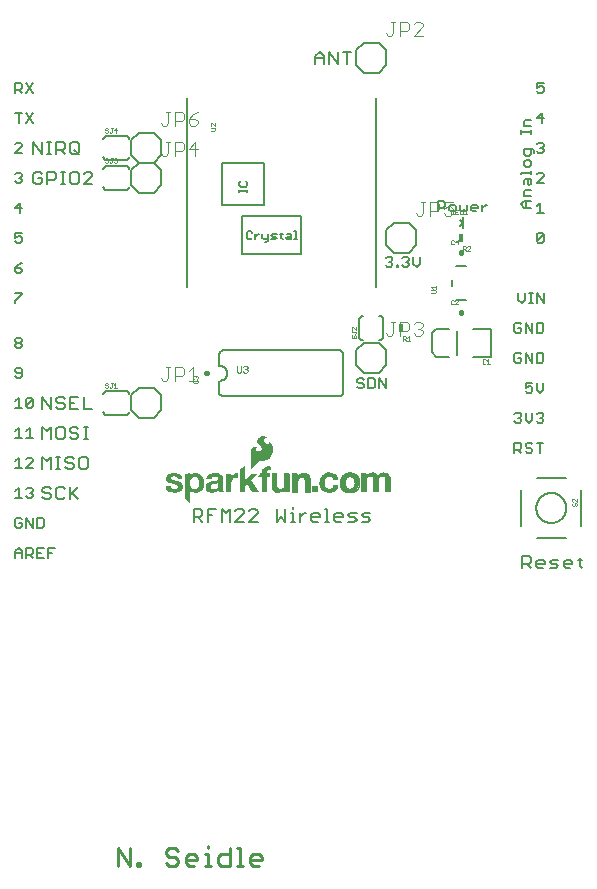
<source format=gbr>
G04 EAGLE Gerber RS-274X export*
G75*
%MOMM*%
%FSLAX34Y34*%
%LPD*%
%INSilkscreen Top*%
%IPPOS*%
%AMOC8*
5,1,8,0,0,1.08239X$1,22.5*%
G01*
%ADD10C,0.152400*%
%ADD11C,0.203200*%
%ADD12C,0.279400*%
%ADD13C,0.025400*%
%ADD14C,0.406400*%
%ADD15C,0.127000*%
%ADD16R,0.406400X0.711200*%
%ADD17R,0.495300X0.485100*%
%ADD18C,0.050800*%
%ADD19C,0.101600*%

G36*
X241030Y223040D02*
X241030Y223040D01*
X241034Y223038D01*
X241104Y223074D01*
X241114Y223079D01*
X241115Y223080D01*
X245987Y228562D01*
X246841Y229344D01*
X247831Y229933D01*
X248182Y230060D01*
X248550Y230125D01*
X250825Y230125D01*
X250830Y230127D01*
X250836Y230125D01*
X252200Y230249D01*
X252210Y230255D01*
X252222Y230253D01*
X253541Y230621D01*
X253549Y230629D01*
X253562Y230630D01*
X254792Y231230D01*
X254799Y231237D01*
X254810Y231240D01*
X255967Y232057D01*
X255972Y232065D01*
X255981Y232068D01*
X257012Y233040D01*
X257015Y233048D01*
X257021Y233050D01*
X257021Y233052D01*
X257024Y233053D01*
X257909Y234160D01*
X257911Y234170D01*
X257920Y234177D01*
X258867Y235858D01*
X258868Y235869D01*
X258876Y235879D01*
X259504Y237703D01*
X259503Y237714D01*
X259510Y237725D01*
X259798Y239632D01*
X259795Y239643D01*
X259800Y239655D01*
X259798Y239707D01*
X259790Y239959D01*
X259786Y240085D01*
X259786Y240086D01*
X259778Y240338D01*
X259770Y240591D01*
X259766Y240717D01*
X259758Y240969D01*
X259747Y241348D01*
X259739Y241583D01*
X259735Y241592D01*
X259737Y241604D01*
X259530Y242643D01*
X259525Y242651D01*
X259525Y242662D01*
X259167Y243659D01*
X259161Y243666D01*
X259160Y243677D01*
X258658Y244611D01*
X258649Y244618D01*
X258646Y244630D01*
X257739Y245767D01*
X257728Y245773D01*
X257721Y245786D01*
X256595Y246707D01*
X256552Y246719D01*
X256511Y246735D01*
X256506Y246733D01*
X256500Y246734D01*
X256462Y246713D01*
X256422Y246694D01*
X256419Y246688D01*
X256415Y246686D01*
X256407Y246657D01*
X256389Y246609D01*
X256389Y245729D01*
X256373Y245609D01*
X256329Y245506D01*
X256055Y245167D01*
X255694Y244918D01*
X255520Y244853D01*
X254982Y244795D01*
X254452Y244893D01*
X253964Y245142D01*
X253062Y245793D01*
X252650Y246147D01*
X252299Y246557D01*
X252016Y247015D01*
X251810Y247509D01*
X251751Y247809D01*
X251763Y248112D01*
X251920Y248631D01*
X252206Y249091D01*
X252601Y249461D01*
X253082Y249716D01*
X253572Y249855D01*
X254083Y249912D01*
X254686Y249912D01*
X254687Y249912D01*
X254709Y249921D01*
X254777Y249950D01*
X254812Y250042D01*
X254808Y250051D01*
X254774Y250127D01*
X254772Y250130D01*
X254771Y250131D01*
X254770Y250132D01*
X254749Y250152D01*
X254742Y250155D01*
X254738Y250163D01*
X254303Y250501D01*
X254288Y250505D01*
X254276Y250517D01*
X253772Y250738D01*
X253771Y250738D01*
X253415Y250890D01*
X253187Y250991D01*
X253177Y250992D01*
X253167Y250998D01*
X252289Y251218D01*
X252280Y251217D01*
X252270Y251221D01*
X251370Y251307D01*
X251360Y251303D01*
X251348Y251307D01*
X250480Y251241D01*
X250469Y251235D01*
X250456Y251236D01*
X249616Y251005D01*
X249606Y250997D01*
X249593Y250996D01*
X248813Y250608D01*
X248806Y250600D01*
X248795Y250597D01*
X248018Y250037D01*
X248014Y250030D01*
X248005Y250026D01*
X247309Y249368D01*
X247304Y249357D01*
X247293Y249349D01*
X246862Y248746D01*
X246859Y248731D01*
X246847Y248718D01*
X246580Y248026D01*
X246580Y248010D01*
X246572Y247995D01*
X246485Y247258D01*
X246490Y247243D01*
X246486Y247226D01*
X246585Y246491D01*
X246593Y246478D01*
X246593Y246461D01*
X246873Y245773D01*
X246882Y245764D01*
X246885Y245750D01*
X248072Y243992D01*
X248080Y243987D01*
X248084Y243976D01*
X249537Y242435D01*
X249907Y242000D01*
X250147Y241497D01*
X250249Y240949D01*
X250206Y240393D01*
X250020Y239868D01*
X249705Y239408D01*
X249280Y239043D01*
X248737Y238750D01*
X248151Y238552D01*
X247541Y238455D01*
X246830Y238490D01*
X246152Y238697D01*
X245546Y239062D01*
X245233Y239390D01*
X245027Y239794D01*
X244934Y240210D01*
X244934Y240638D01*
X245027Y241053D01*
X245099Y241191D01*
X245217Y241305D01*
X246041Y241904D01*
X246174Y241975D01*
X246312Y242003D01*
X246470Y241987D01*
X246513Y242001D01*
X246558Y242012D01*
X246560Y242016D01*
X246564Y242017D01*
X246584Y242058D01*
X246607Y242097D01*
X246606Y242101D01*
X246608Y242105D01*
X246593Y242148D01*
X246580Y242192D01*
X246577Y242194D01*
X246576Y242198D01*
X246538Y242217D01*
X246502Y242238D01*
X246019Y242314D01*
X246014Y242313D01*
X246009Y242315D01*
X245069Y242388D01*
X245060Y242385D01*
X245049Y242388D01*
X244109Y242315D01*
X244099Y242310D01*
X244087Y242311D01*
X243388Y242127D01*
X243378Y242119D01*
X243364Y242118D01*
X242716Y241797D01*
X242708Y241788D01*
X242694Y241784D01*
X242124Y241339D01*
X242118Y241328D01*
X242106Y241322D01*
X241636Y240772D01*
X241632Y240760D01*
X241621Y240751D01*
X241220Y240019D01*
X241219Y240006D01*
X241210Y239995D01*
X240970Y239196D01*
X240971Y239183D01*
X240965Y239170D01*
X240895Y238339D01*
X240897Y238333D01*
X240895Y238328D01*
X240895Y223164D01*
X240897Y223159D01*
X240895Y223155D01*
X240916Y223115D01*
X240933Y223073D01*
X240938Y223072D01*
X240940Y223067D01*
X240983Y223054D01*
X241025Y223038D01*
X241030Y223040D01*
G37*
G36*
X189617Y194363D02*
X189617Y194363D01*
X189620Y194362D01*
X189662Y194383D01*
X189704Y194403D01*
X189705Y194405D01*
X189707Y194406D01*
X189714Y194428D01*
X189737Y194488D01*
X189737Y205592D01*
X189738Y205590D01*
X190258Y204874D01*
X190269Y204867D01*
X190276Y204854D01*
X190936Y204264D01*
X190948Y204260D01*
X190958Y204249D01*
X191727Y203812D01*
X191740Y203810D01*
X191752Y203801D01*
X192596Y203537D01*
X192607Y203538D01*
X192618Y203532D01*
X193835Y203377D01*
X193844Y203379D01*
X193853Y203376D01*
X195080Y203393D01*
X195088Y203396D01*
X195098Y203394D01*
X196310Y203583D01*
X196319Y203588D01*
X196330Y203588D01*
X197249Y203882D01*
X197257Y203889D01*
X197269Y203891D01*
X198125Y204337D01*
X198131Y204345D01*
X198143Y204348D01*
X198911Y204933D01*
X198916Y204942D01*
X198927Y204947D01*
X199584Y205654D01*
X199588Y205664D01*
X199598Y205671D01*
X200370Y206856D01*
X200372Y206866D01*
X200380Y206875D01*
X200936Y208175D01*
X200936Y208186D01*
X200943Y208196D01*
X201266Y209572D01*
X201264Y209583D01*
X201269Y209594D01*
X201387Y211809D01*
X201383Y211820D01*
X201386Y211832D01*
X201103Y214032D01*
X201098Y214042D01*
X201098Y214054D01*
X200424Y216167D01*
X200416Y216177D01*
X200414Y216190D01*
X199835Y217231D01*
X199824Y217239D01*
X199819Y217253D01*
X199027Y218143D01*
X199018Y218148D01*
X199011Y218158D01*
X198187Y218811D01*
X198179Y218813D01*
X198173Y218820D01*
X197271Y219361D01*
X197261Y219363D01*
X197252Y219371D01*
X196228Y219771D01*
X196215Y219771D01*
X196203Y219778D01*
X195118Y219961D01*
X195107Y219959D01*
X195095Y219963D01*
X193114Y219938D01*
X193103Y219933D01*
X193090Y219936D01*
X192608Y219834D01*
X192599Y219827D01*
X192587Y219827D01*
X191266Y219294D01*
X191259Y219287D01*
X191249Y219286D01*
X190855Y219053D01*
X190848Y219044D01*
X190836Y219039D01*
X190493Y218738D01*
X190490Y218732D01*
X190483Y218729D01*
X189594Y217764D01*
X189594Y217763D01*
X189593Y217762D01*
X189459Y217613D01*
X189483Y219530D01*
X189477Y219545D01*
X189480Y219559D01*
X189460Y219588D01*
X189446Y219622D01*
X189432Y219627D01*
X189423Y219640D01*
X189382Y219647D01*
X189355Y219658D01*
X189345Y219654D01*
X189334Y219656D01*
X185448Y218920D01*
X185414Y218898D01*
X185378Y218881D01*
X185374Y218871D01*
X185366Y218865D01*
X185360Y218836D01*
X185345Y218796D01*
X185345Y198222D01*
X185347Y198216D01*
X185345Y198209D01*
X185374Y198152D01*
X185383Y198131D01*
X185385Y198130D01*
X185386Y198128D01*
X189526Y194394D01*
X189571Y194379D01*
X189615Y194362D01*
X189617Y194363D01*
G37*
G36*
X349125Y203710D02*
X349125Y203710D01*
X349127Y203709D01*
X349170Y203729D01*
X349214Y203747D01*
X349214Y203749D01*
X349216Y203750D01*
X349249Y203835D01*
X349249Y213356D01*
X349324Y214459D01*
X349473Y215098D01*
X349746Y215693D01*
X350131Y216221D01*
X350449Y216507D01*
X350822Y216717D01*
X351231Y216843D01*
X352134Y216935D01*
X353038Y216867D01*
X353486Y216739D01*
X353892Y216513D01*
X354052Y216367D01*
X354235Y216200D01*
X354496Y215816D01*
X354808Y214994D01*
X354915Y214114D01*
X354915Y203835D01*
X354916Y203833D01*
X354915Y203831D01*
X354935Y203788D01*
X354953Y203744D01*
X354955Y203744D01*
X354956Y203742D01*
X355041Y203709D01*
X359283Y203709D01*
X359285Y203710D01*
X359287Y203709D01*
X359330Y203729D01*
X359374Y203747D01*
X359374Y203749D01*
X359376Y203750D01*
X359409Y203835D01*
X359409Y215417D01*
X359406Y215426D01*
X359408Y215436D01*
X359239Y216532D01*
X359233Y216543D01*
X359233Y216557D01*
X358847Y217596D01*
X358838Y217605D01*
X358835Y217619D01*
X358247Y218558D01*
X358236Y218566D01*
X358231Y218579D01*
X357585Y219243D01*
X357573Y219248D01*
X357564Y219261D01*
X356790Y219768D01*
X356776Y219770D01*
X356765Y219781D01*
X355899Y220107D01*
X355888Y220107D01*
X355878Y220113D01*
X354618Y220362D01*
X354612Y220360D01*
X354604Y220364D01*
X353325Y220471D01*
X353315Y220468D01*
X353305Y220471D01*
X352411Y220410D01*
X352401Y220404D01*
X352387Y220406D01*
X351522Y220174D01*
X351512Y220167D01*
X351499Y220166D01*
X350694Y219772D01*
X350687Y219765D01*
X350675Y219762D01*
X349786Y219124D01*
X349782Y219116D01*
X349772Y219112D01*
X348984Y218353D01*
X348983Y218350D01*
X348980Y218349D01*
X348525Y217868D01*
X348483Y217826D01*
X348103Y218484D01*
X348093Y218491D01*
X348089Y218504D01*
X347507Y219173D01*
X347496Y219178D01*
X347489Y219190D01*
X346791Y219736D01*
X346779Y219739D01*
X346770Y219749D01*
X345980Y220152D01*
X345968Y220153D01*
X345957Y220162D01*
X345034Y220422D01*
X345022Y220421D01*
X345009Y220427D01*
X344052Y220496D01*
X344042Y220493D01*
X344031Y220496D01*
X342659Y220369D01*
X342652Y220365D01*
X342642Y220366D01*
X341550Y220112D01*
X341540Y220105D01*
X341527Y220104D01*
X340637Y219700D01*
X340627Y219688D01*
X340611Y219683D01*
X339849Y219071D01*
X339845Y219064D01*
X339837Y219061D01*
X339727Y218947D01*
X339605Y218820D01*
X339604Y218820D01*
X339482Y218694D01*
X339360Y218568D01*
X339238Y218442D01*
X339116Y218315D01*
X339115Y218315D01*
X339075Y218274D01*
X339073Y218267D01*
X339066Y218263D01*
X338764Y217867D01*
X338733Y217860D01*
X338733Y219913D01*
X338732Y219915D01*
X338733Y219917D01*
X338713Y219960D01*
X338695Y220004D01*
X338693Y220004D01*
X338692Y220006D01*
X338607Y220039D01*
X334620Y220039D01*
X334618Y220038D01*
X334616Y220039D01*
X334573Y220019D01*
X334529Y220001D01*
X334529Y219999D01*
X334527Y219998D01*
X334494Y219913D01*
X334494Y203860D01*
X334495Y203858D01*
X334494Y203856D01*
X334514Y203813D01*
X334532Y203769D01*
X334534Y203769D01*
X334535Y203767D01*
X334620Y203734D01*
X338938Y203734D01*
X338940Y203735D01*
X338942Y203734D01*
X338985Y203754D01*
X339029Y203772D01*
X339029Y203774D01*
X339031Y203775D01*
X339064Y203860D01*
X339064Y213665D01*
X339063Y213668D01*
X339064Y213671D01*
X339034Y214293D01*
X339166Y214884D01*
X339449Y215422D01*
X340269Y216366D01*
X340623Y216632D01*
X341027Y216810D01*
X341467Y216892D01*
X342315Y216942D01*
X342792Y216910D01*
X343243Y216774D01*
X343651Y216541D01*
X343998Y216223D01*
X344368Y215676D01*
X344599Y215057D01*
X344679Y214394D01*
X344679Y203835D01*
X344680Y203833D01*
X344679Y203831D01*
X344699Y203788D01*
X344717Y203744D01*
X344719Y203744D01*
X344720Y203742D01*
X344805Y203709D01*
X349123Y203709D01*
X349125Y203710D01*
G37*
G36*
X208804Y203345D02*
X208804Y203345D01*
X208815Y203342D01*
X210433Y203583D01*
X210442Y203589D01*
X210455Y203588D01*
X211490Y203941D01*
X211499Y203948D01*
X211511Y203950D01*
X212462Y204490D01*
X212470Y204499D01*
X212482Y204504D01*
X213309Y205207D01*
X213333Y205223D01*
X213342Y205224D01*
X213350Y205222D01*
X213357Y205216D01*
X213366Y205193D01*
X213593Y204164D01*
X213595Y204161D01*
X213594Y204158D01*
X213670Y203878D01*
X213681Y203864D01*
X213685Y203845D01*
X213706Y203809D01*
X213730Y203792D01*
X213757Y203763D01*
X213794Y203744D01*
X213824Y203742D01*
X213862Y203731D01*
X213898Y203734D01*
X217932Y203734D01*
X217955Y203743D01*
X217980Y203743D01*
X217998Y203762D01*
X218023Y203772D01*
X218032Y203795D01*
X218049Y203813D01*
X218050Y203842D01*
X218058Y203864D01*
X218050Y203882D01*
X218050Y203904D01*
X217976Y204103D01*
X217627Y205398D01*
X217525Y206735D01*
X217550Y211073D01*
X217549Y211076D01*
X217550Y211078D01*
X217530Y211121D01*
X217517Y211154D01*
X217525Y211176D01*
X217525Y216002D01*
X217522Y216009D01*
X217524Y216018D01*
X217433Y216753D01*
X217426Y216766D01*
X217426Y216783D01*
X217159Y217474D01*
X217148Y217484D01*
X217144Y217501D01*
X216717Y218106D01*
X216704Y218114D01*
X216696Y218129D01*
X216134Y218612D01*
X216121Y218616D01*
X216111Y218627D01*
X214808Y219321D01*
X214796Y219322D01*
X214785Y219330D01*
X213371Y219755D01*
X213361Y219754D01*
X213352Y219759D01*
X211613Y219989D01*
X211605Y219987D01*
X211597Y219990D01*
X209843Y219998D01*
X209836Y219995D01*
X209827Y219998D01*
X208087Y219784D01*
X208079Y219780D01*
X208069Y219781D01*
X206840Y219447D01*
X206832Y219440D01*
X206821Y219440D01*
X205663Y218911D01*
X205655Y218902D01*
X205642Y218899D01*
X204825Y218325D01*
X204818Y218314D01*
X204805Y218308D01*
X204122Y217578D01*
X204119Y217569D01*
X204117Y217569D01*
X204115Y217564D01*
X204106Y217557D01*
X203587Y216704D01*
X203585Y216691D01*
X203575Y216680D01*
X203241Y215739D01*
X203242Y215726D01*
X203235Y215713D01*
X203113Y214822D01*
X203110Y214820D01*
X203109Y214820D01*
X203090Y214771D01*
X203074Y214728D01*
X203076Y214723D01*
X203109Y214645D01*
X203134Y214619D01*
X203174Y214601D01*
X203212Y214580D01*
X203218Y214582D01*
X203225Y214580D01*
X203265Y214597D01*
X203295Y214606D01*
X207442Y214606D01*
X207444Y214607D01*
X207446Y214606D01*
X207489Y214626D01*
X207533Y214644D01*
X207533Y214646D01*
X207535Y214647D01*
X207568Y214732D01*
X207568Y214775D01*
X207631Y215306D01*
X207815Y215801D01*
X208110Y216239D01*
X208500Y216595D01*
X208964Y216850D01*
X209525Y217015D01*
X210112Y217069D01*
X211467Y217019D01*
X211836Y216958D01*
X212182Y216830D01*
X212496Y216637D01*
X212749Y216403D01*
X212948Y216124D01*
X213087Y215810D01*
X213198Y215289D01*
X213198Y214758D01*
X213087Y214237D01*
X213045Y214140D01*
X212985Y214053D01*
X212701Y213792D01*
X212273Y213546D01*
X211804Y213381D01*
X210498Y213155D01*
X208292Y212927D01*
X208288Y212924D01*
X208283Y212925D01*
X206746Y212647D01*
X206738Y212643D01*
X206729Y212643D01*
X205244Y212159D01*
X205236Y212152D01*
X205224Y212151D01*
X204528Y211785D01*
X204520Y211775D01*
X204507Y211771D01*
X203897Y211273D01*
X203891Y211262D01*
X203881Y211256D01*
X203880Y211256D01*
X203879Y211255D01*
X203381Y210646D01*
X203377Y210633D01*
X203366Y210622D01*
X202937Y209760D01*
X202936Y209745D01*
X202927Y209731D01*
X202721Y208790D01*
X202723Y208777D01*
X202718Y208763D01*
X202715Y207702D01*
X202720Y207692D01*
X202717Y207679D01*
X202906Y206635D01*
X202912Y206626D01*
X202912Y206613D01*
X203285Y205620D01*
X203293Y205611D01*
X203295Y205599D01*
X203587Y205116D01*
X203596Y205109D01*
X203601Y205097D01*
X203978Y204677D01*
X203989Y204672D01*
X203996Y204661D01*
X204444Y204319D01*
X204457Y204315D01*
X204467Y204305D01*
X205736Y203699D01*
X205749Y203699D01*
X205762Y203690D01*
X207134Y203382D01*
X207146Y203384D01*
X207159Y203379D01*
X208794Y203341D01*
X208804Y203345D01*
G37*
G36*
X236171Y203608D02*
X236171Y203608D01*
X236173Y203607D01*
X236216Y203627D01*
X236260Y203645D01*
X236260Y203647D01*
X236262Y203648D01*
X236295Y203733D01*
X236295Y209141D01*
X237950Y210748D01*
X242183Y203770D01*
X242198Y203759D01*
X242206Y203742D01*
X242240Y203729D01*
X242263Y203712D01*
X242276Y203714D01*
X242290Y203709D01*
X247370Y203684D01*
X247406Y203699D01*
X247444Y203707D01*
X247450Y203717D01*
X247461Y203722D01*
X247476Y203758D01*
X247496Y203791D01*
X247493Y203803D01*
X247497Y203813D01*
X247485Y203841D01*
X247476Y203880D01*
X240879Y213775D01*
X246570Y219341D01*
X246571Y219342D01*
X246573Y219343D01*
X246590Y219388D01*
X246608Y219432D01*
X246608Y219433D01*
X246608Y219435D01*
X246588Y219478D01*
X246569Y219522D01*
X246568Y219523D01*
X246567Y219524D01*
X246482Y219557D01*
X241808Y219557D01*
X241805Y219556D01*
X241802Y219557D01*
X241719Y219520D01*
X236244Y214046D01*
X236244Y225476D01*
X236231Y225508D01*
X236226Y225542D01*
X236212Y225552D01*
X236206Y225567D01*
X236174Y225579D01*
X236145Y225599D01*
X236128Y225597D01*
X236114Y225602D01*
X236089Y225591D01*
X236055Y225586D01*
X231915Y223224D01*
X231903Y223207D01*
X231885Y223199D01*
X231872Y223167D01*
X231856Y223145D01*
X231858Y223130D01*
X231852Y223114D01*
X231852Y203784D01*
X231853Y203781D01*
X231852Y203778D01*
X231889Y203695D01*
X231940Y203644D01*
X231943Y203643D01*
X231944Y203640D01*
X232029Y203607D01*
X236169Y203607D01*
X236171Y203608D01*
G37*
G36*
X265098Y203333D02*
X265098Y203333D01*
X265105Y203336D01*
X265114Y203335D01*
X266592Y203558D01*
X266600Y203563D01*
X266610Y203562D01*
X266872Y203643D01*
X266880Y203649D01*
X266892Y203651D01*
X267137Y203773D01*
X267144Y203780D01*
X267154Y203783D01*
X268084Y204442D01*
X268089Y204450D01*
X268098Y204453D01*
X268925Y205238D01*
X268928Y205246D01*
X268937Y205251D01*
X269444Y205892D01*
X269444Y203835D01*
X269445Y203833D01*
X269444Y203831D01*
X269464Y203788D01*
X269482Y203744D01*
X269484Y203744D01*
X269485Y203742D01*
X269570Y203709D01*
X273583Y203709D01*
X273585Y203710D01*
X273587Y203709D01*
X273630Y203729D01*
X273674Y203747D01*
X273674Y203749D01*
X273676Y203750D01*
X273709Y203835D01*
X273709Y219456D01*
X273708Y219458D01*
X273709Y219460D01*
X273689Y219503D01*
X273671Y219547D01*
X273669Y219547D01*
X273668Y219549D01*
X273583Y219582D01*
X269367Y219582D01*
X269365Y219581D01*
X269363Y219582D01*
X269320Y219562D01*
X269276Y219544D01*
X269276Y219542D01*
X269274Y219541D01*
X269241Y219456D01*
X269241Y211154D01*
X269165Y209924D01*
X268940Y208720D01*
X268731Y208170D01*
X268404Y207685D01*
X267973Y207288D01*
X267463Y207000D01*
X266772Y206788D01*
X266051Y206721D01*
X265332Y206801D01*
X264643Y207024D01*
X264248Y207249D01*
X263907Y207550D01*
X263635Y207912D01*
X263292Y208680D01*
X263143Y209510D01*
X263143Y219507D01*
X263142Y219509D01*
X263143Y219511D01*
X263123Y219554D01*
X263105Y219598D01*
X263103Y219598D01*
X263102Y219600D01*
X263017Y219633D01*
X258877Y219633D01*
X258875Y219632D01*
X258873Y219633D01*
X258830Y219613D01*
X258786Y219595D01*
X258786Y219593D01*
X258784Y219592D01*
X258751Y219507D01*
X258751Y208712D01*
X258753Y208707D01*
X258751Y208700D01*
X258852Y207601D01*
X258857Y207592D01*
X258857Y207591D01*
X258858Y207589D01*
X258856Y207578D01*
X259156Y206515D01*
X259163Y206506D01*
X259164Y206493D01*
X259652Y205503D01*
X259661Y205495D01*
X259665Y205483D01*
X260325Y204598D01*
X260335Y204591D01*
X260342Y204579D01*
X260596Y204351D01*
X260604Y204348D01*
X260605Y204346D01*
X260610Y204344D01*
X260616Y204336D01*
X261518Y203810D01*
X261530Y203809D01*
X261540Y203800D01*
X262526Y203457D01*
X262538Y203458D01*
X262550Y203451D01*
X263583Y203304D01*
X263593Y203307D01*
X263604Y203303D01*
X265098Y203333D01*
G37*
G36*
X280291Y203634D02*
X280291Y203634D01*
X280293Y203633D01*
X280336Y203653D01*
X280380Y203671D01*
X280380Y203673D01*
X280382Y203674D01*
X280415Y203759D01*
X280415Y213125D01*
X280496Y213908D01*
X280712Y214658D01*
X281075Y215337D01*
X281592Y215906D01*
X282049Y216220D01*
X282565Y216424D01*
X283121Y216511D01*
X284226Y216561D01*
X284542Y216544D01*
X284842Y216467D01*
X285277Y216250D01*
X285651Y215941D01*
X285947Y215554D01*
X286257Y214912D01*
X286448Y214224D01*
X286513Y213506D01*
X286513Y203860D01*
X286514Y203858D01*
X286513Y203856D01*
X286533Y203813D01*
X286551Y203769D01*
X286553Y203769D01*
X286554Y203767D01*
X286639Y203734D01*
X290728Y203734D01*
X290730Y203735D01*
X290732Y203734D01*
X290775Y203754D01*
X290819Y203772D01*
X290819Y203774D01*
X290821Y203775D01*
X290854Y203860D01*
X290854Y214401D01*
X290852Y214406D01*
X290854Y214411D01*
X290764Y215540D01*
X290760Y215548D01*
X290761Y215557D01*
X290521Y216664D01*
X290516Y216672D01*
X290516Y216682D01*
X290247Y217387D01*
X290239Y217395D01*
X290237Y217407D01*
X289853Y218056D01*
X289844Y218062D01*
X289840Y218074D01*
X289351Y218649D01*
X289340Y218654D01*
X289333Y218666D01*
X288548Y219284D01*
X288535Y219287D01*
X288524Y219299D01*
X287619Y219721D01*
X287605Y219722D01*
X287591Y219730D01*
X286614Y219936D01*
X286603Y219933D01*
X286591Y219938D01*
X284585Y219988D01*
X284575Y219984D01*
X284564Y219987D01*
X283512Y219832D01*
X283501Y219825D01*
X283487Y219825D01*
X282490Y219456D01*
X282480Y219447D01*
X282466Y219444D01*
X281568Y218877D01*
X281561Y218868D01*
X281550Y218864D01*
X281089Y218448D01*
X281086Y218440D01*
X281078Y218436D01*
X280676Y217963D01*
X280674Y217958D01*
X280670Y217956D01*
X280393Y217578D01*
X280279Y217442D01*
X280237Y217413D01*
X280237Y219481D01*
X280236Y219483D01*
X280237Y219485D01*
X280217Y219528D01*
X280199Y219572D01*
X280197Y219572D01*
X280196Y219574D01*
X280111Y219607D01*
X276073Y219607D01*
X276071Y219606D01*
X276069Y219607D01*
X276026Y219587D01*
X275982Y219569D01*
X275982Y219567D01*
X275980Y219566D01*
X275947Y219481D01*
X275947Y203759D01*
X275948Y203757D01*
X275947Y203755D01*
X275967Y203712D01*
X275985Y203668D01*
X275987Y203668D01*
X275988Y203666D01*
X276073Y203633D01*
X280289Y203633D01*
X280291Y203634D01*
G37*
G36*
X326886Y203811D02*
X326886Y203811D01*
X326898Y203818D01*
X326914Y203818D01*
X328768Y204453D01*
X328781Y204464D01*
X328800Y204469D01*
X329917Y205256D01*
X329922Y205264D01*
X329931Y205268D01*
X331125Y206411D01*
X331131Y206425D01*
X331145Y206435D01*
X331958Y207730D01*
X331961Y207747D01*
X331973Y207763D01*
X332659Y210227D01*
X332657Y210237D01*
X332662Y210246D01*
X332916Y212354D01*
X332912Y212369D01*
X332916Y212385D01*
X332636Y214570D01*
X332627Y214585D01*
X332626Y214605D01*
X331585Y216942D01*
X331572Y216954D01*
X331566Y216973D01*
X330474Y218243D01*
X330460Y218250D01*
X330450Y218265D01*
X328469Y219636D01*
X328453Y219639D01*
X328438Y219651D01*
X326812Y220210D01*
X326799Y220210D01*
X326787Y220216D01*
X324780Y220470D01*
X324771Y220468D01*
X324762Y220471D01*
X324725Y220455D01*
X324685Y220444D01*
X324681Y220435D01*
X324672Y220431D01*
X324652Y220382D01*
X324638Y220357D01*
X324640Y220352D01*
X324638Y220347D01*
X324588Y217375D01*
X324589Y217372D01*
X324588Y217369D01*
X324607Y217327D01*
X324625Y217284D01*
X324628Y217283D01*
X324629Y217280D01*
X324714Y217247D01*
X324810Y217247D01*
X325997Y217148D01*
X326950Y216635D01*
X327784Y215826D01*
X328528Y214214D01*
X328779Y212285D01*
X328779Y210860D01*
X328404Y209312D01*
X327861Y208102D01*
X326782Y207121D01*
X325031Y206529D01*
X323283Y206751D01*
X321635Y207759D01*
X321097Y208786D01*
X320723Y209935D01*
X320548Y211183D01*
X320598Y213042D01*
X320872Y214516D01*
X321268Y215405D01*
X322056Y216489D01*
X323204Y217124D01*
X324299Y217274D01*
X324336Y217296D01*
X324375Y217314D01*
X324378Y217321D01*
X324384Y217324D01*
X324391Y217354D01*
X324408Y217399D01*
X324408Y220320D01*
X324397Y220347D01*
X324395Y220376D01*
X324378Y220392D01*
X324370Y220411D01*
X324348Y220419D01*
X324328Y220437D01*
X324201Y220487D01*
X324179Y220487D01*
X324155Y220496D01*
X324104Y220496D01*
X324097Y220493D01*
X324089Y220495D01*
X322616Y220318D01*
X322598Y220308D01*
X322575Y220306D01*
X319197Y218629D01*
X319180Y218610D01*
X319154Y218594D01*
X317020Y215876D01*
X317013Y215852D01*
X316996Y215826D01*
X316183Y212270D01*
X316187Y212248D01*
X316181Y212222D01*
X316791Y208336D01*
X316804Y208316D01*
X316810Y208288D01*
X318410Y205799D01*
X318431Y205784D01*
X318449Y205760D01*
X321294Y203982D01*
X321318Y203978D01*
X321344Y203964D01*
X324341Y203558D01*
X324355Y203562D01*
X324371Y203557D01*
X326886Y203811D01*
G37*
G36*
X177709Y203400D02*
X177709Y203400D01*
X177715Y203402D01*
X177722Y203401D01*
X179036Y203583D01*
X179044Y203587D01*
X179053Y203587D01*
X180053Y203869D01*
X180062Y203876D01*
X180074Y203877D01*
X181009Y204328D01*
X181016Y204336D01*
X181028Y204339D01*
X181872Y204945D01*
X181877Y204955D01*
X181888Y204960D01*
X182614Y205703D01*
X182618Y205713D01*
X182629Y205721D01*
X183008Y206285D01*
X183010Y206296D01*
X183019Y206306D01*
X183285Y206931D01*
X183285Y206943D01*
X183293Y206954D01*
X183435Y207618D01*
X183434Y207627D01*
X183438Y207636D01*
X183514Y208677D01*
X183511Y208686D01*
X183514Y208697D01*
X183420Y209752D01*
X183413Y209765D01*
X183413Y209781D01*
X183076Y210784D01*
X183067Y210795D01*
X183064Y210810D01*
X182812Y211222D01*
X182802Y211229D01*
X182796Y211243D01*
X182464Y211593D01*
X182453Y211597D01*
X182447Y211608D01*
X181755Y212116D01*
X181747Y212118D01*
X181740Y212126D01*
X180984Y212531D01*
X180975Y212532D01*
X180968Y212538D01*
X179312Y213148D01*
X179304Y213148D01*
X179296Y213153D01*
X177573Y213534D01*
X177572Y213534D01*
X177571Y213535D01*
X175548Y213939D01*
X174796Y214211D01*
X174121Y214627D01*
X173838Y214920D01*
X173654Y215281D01*
X173589Y215650D01*
X173637Y216022D01*
X173792Y216364D01*
X174025Y216632D01*
X174326Y216827D01*
X174750Y216984D01*
X175199Y217069D01*
X176048Y217113D01*
X176895Y217069D01*
X177391Y216971D01*
X177858Y216782D01*
X178281Y216511D01*
X178556Y216247D01*
X178774Y215934D01*
X178924Y215582D01*
X178979Y215339D01*
X178995Y215079D01*
X179016Y215037D01*
X179036Y214994D01*
X179038Y214993D01*
X179039Y214991D01*
X179058Y214985D01*
X179121Y214961D01*
X183007Y214961D01*
X183016Y214964D01*
X183024Y214962D01*
X183060Y214983D01*
X183098Y214999D01*
X183101Y215008D01*
X183109Y215013D01*
X183123Y215064D01*
X183133Y215091D01*
X183131Y215095D01*
X183132Y215098D01*
X183132Y215099D01*
X183133Y215100D01*
X183057Y215811D01*
X183051Y215821D01*
X183053Y215832D01*
X183048Y215838D01*
X183048Y215845D01*
X183056Y215858D01*
X183050Y215882D01*
X183053Y215891D01*
X183049Y215899D01*
X183050Y215918D01*
X182847Y216476D01*
X182843Y216480D01*
X182843Y216485D01*
X182487Y217273D01*
X182480Y217279D01*
X182478Y217290D01*
X182192Y217732D01*
X182184Y217737D01*
X182180Y217747D01*
X181832Y218143D01*
X181822Y218147D01*
X181815Y218158D01*
X180856Y218915D01*
X180843Y218919D01*
X180833Y218929D01*
X179736Y219467D01*
X179724Y219468D01*
X179713Y219476D01*
X178362Y219844D01*
X178352Y219843D01*
X178342Y219848D01*
X176949Y219988D01*
X176943Y219986D01*
X176936Y219988D01*
X175133Y219988D01*
X175127Y219986D01*
X175119Y219988D01*
X173690Y219833D01*
X173680Y219827D01*
X173667Y219828D01*
X172289Y219417D01*
X172280Y219410D01*
X172268Y219409D01*
X170987Y218755D01*
X170979Y218746D01*
X170967Y218743D01*
X170491Y218374D01*
X170485Y218363D01*
X170473Y218357D01*
X170079Y217902D01*
X170075Y217891D01*
X170064Y217882D01*
X169765Y217360D01*
X169764Y217347D01*
X169755Y217337D01*
X169397Y216253D01*
X169398Y216241D01*
X169392Y216228D01*
X169263Y215094D01*
X169266Y215082D01*
X169263Y215068D01*
X169368Y213932D01*
X169374Y213921D01*
X169373Y213907D01*
X169525Y213418D01*
X169533Y213408D01*
X169535Y213394D01*
X169784Y212947D01*
X169795Y212939D01*
X169799Y212925D01*
X170136Y212540D01*
X170146Y212535D01*
X170152Y212524D01*
X170829Y211987D01*
X170838Y211984D01*
X170845Y211976D01*
X171596Y211549D01*
X171605Y211548D01*
X171613Y211541D01*
X172421Y211235D01*
X172429Y211235D01*
X172437Y211230D01*
X176068Y210367D01*
X177242Y210061D01*
X178349Y209591D01*
X178685Y209360D01*
X178951Y209056D01*
X179131Y208694D01*
X179216Y208299D01*
X179199Y207895D01*
X179082Y207510D01*
X178874Y207165D01*
X178586Y206881D01*
X178073Y206569D01*
X177506Y206372D01*
X176903Y206298D01*
X175573Y206298D01*
X175011Y206371D01*
X174424Y206588D01*
X173897Y206925D01*
X173455Y207368D01*
X173200Y207782D01*
X173053Y208244D01*
X173024Y208741D01*
X173024Y208788D01*
X173023Y208790D01*
X173024Y208792D01*
X173004Y208835D01*
X172986Y208879D01*
X172984Y208879D01*
X172983Y208881D01*
X172898Y208914D01*
X169037Y208914D01*
X169031Y208912D01*
X169024Y208914D01*
X169012Y208907D01*
X168998Y208908D01*
X168996Y208907D01*
X168995Y208907D01*
X168973Y208887D01*
X168946Y208876D01*
X168944Y208869D01*
X168938Y208866D01*
X168933Y208852D01*
X168923Y208843D01*
X168923Y208842D01*
X168922Y208840D01*
X168921Y208813D01*
X168919Y208806D01*
X168911Y208784D01*
X168912Y208782D01*
X168911Y208779D01*
X168936Y208423D01*
X168939Y208417D01*
X168938Y208410D01*
X169040Y207826D01*
X169045Y207818D01*
X169044Y207807D01*
X169476Y206537D01*
X169483Y206530D01*
X169484Y206520D01*
X169793Y205924D01*
X169803Y205917D01*
X169807Y205904D01*
X170227Y205380D01*
X170238Y205375D01*
X170244Y205363D01*
X170759Y204932D01*
X170767Y204930D01*
X170772Y204923D01*
X171966Y204161D01*
X171974Y204159D01*
X171981Y204152D01*
X172838Y203755D01*
X172851Y203754D01*
X172863Y203746D01*
X173784Y203534D01*
X173793Y203536D01*
X173803Y203531D01*
X176369Y203353D01*
X176376Y203355D01*
X176382Y203353D01*
X177709Y203400D01*
G37*
G36*
X307773Y203356D02*
X307773Y203356D01*
X307782Y203353D01*
X308965Y203449D01*
X308974Y203453D01*
X308985Y203452D01*
X310138Y203734D01*
X310146Y203740D01*
X310157Y203740D01*
X311250Y204202D01*
X311258Y204210D01*
X311270Y204213D01*
X312518Y205033D01*
X312525Y205044D01*
X312538Y205050D01*
X313591Y206108D01*
X313595Y206120D01*
X313607Y206128D01*
X314422Y207379D01*
X314424Y207392D01*
X314434Y207402D01*
X314976Y208793D01*
X314975Y208804D01*
X314982Y208814D01*
X315077Y209279D01*
X315075Y209288D01*
X315079Y209296D01*
X315111Y209771D01*
X315110Y209775D01*
X315111Y209779D01*
X315111Y209829D01*
X315110Y209831D01*
X315111Y209833D01*
X315091Y209876D01*
X315073Y209920D01*
X315071Y209920D01*
X315070Y209922D01*
X314985Y209955D01*
X310921Y209955D01*
X310882Y209939D01*
X310842Y209927D01*
X310837Y209920D01*
X310830Y209917D01*
X310819Y209888D01*
X310796Y209848D01*
X310692Y209172D01*
X310477Y208535D01*
X310156Y207945D01*
X309798Y207513D01*
X309355Y207168D01*
X308825Y206900D01*
X308256Y206727D01*
X307666Y206654D01*
X306865Y206695D01*
X306086Y206876D01*
X305378Y207206D01*
X304770Y207695D01*
X304295Y208314D01*
X303980Y209031D01*
X303634Y210555D01*
X303505Y212115D01*
X303598Y213256D01*
X303903Y214359D01*
X304408Y215384D01*
X305095Y216295D01*
X305442Y216585D01*
X305856Y216771D01*
X306677Y216952D01*
X307517Y217018D01*
X308349Y216935D01*
X309141Y216674D01*
X309634Y216376D01*
X310047Y215975D01*
X310358Y215490D01*
X310551Y214948D01*
X310618Y214369D01*
X310618Y214351D01*
X310619Y214349D01*
X310618Y214347D01*
X310638Y214304D01*
X310656Y214260D01*
X310658Y214260D01*
X310659Y214258D01*
X310744Y214225D01*
X314935Y214225D01*
X314949Y214231D01*
X314963Y214228D01*
X314992Y214249D01*
X315026Y214263D01*
X315031Y214277D01*
X315043Y214286D01*
X315050Y214327D01*
X315061Y214355D01*
X315057Y214364D01*
X315059Y214375D01*
X314822Y215583D01*
X314817Y215591D01*
X314817Y215602D01*
X314393Y216757D01*
X314384Y216765D01*
X314382Y216778D01*
X313742Y217845D01*
X313731Y217852D01*
X313725Y217866D01*
X312870Y218769D01*
X312857Y218775D01*
X312849Y218787D01*
X311818Y219484D01*
X311805Y219487D01*
X311794Y219497D01*
X310637Y219954D01*
X310628Y219954D01*
X310619Y219960D01*
X309208Y220279D01*
X309202Y220278D01*
X309197Y220281D01*
X307763Y220470D01*
X307754Y220468D01*
X307744Y220471D01*
X306202Y220448D01*
X306191Y220443D01*
X306177Y220445D01*
X304671Y220112D01*
X304661Y220105D01*
X304647Y220105D01*
X303256Y219493D01*
X303248Y219485D01*
X303235Y219481D01*
X301986Y218616D01*
X301979Y218606D01*
X301967Y218600D01*
X301958Y218591D01*
X301835Y218464D01*
X301712Y218338D01*
X301465Y218086D01*
X301342Y217959D01*
X301219Y217833D01*
X301096Y217707D01*
X300906Y217512D01*
X300902Y217501D01*
X300891Y217494D01*
X300057Y216223D01*
X300055Y216212D01*
X300046Y216202D01*
X299469Y214796D01*
X299469Y214784D01*
X299462Y214773D01*
X299164Y213283D01*
X299166Y213273D01*
X299162Y213262D01*
X299086Y210773D01*
X299089Y210764D01*
X299087Y210754D01*
X299232Y209538D01*
X299237Y209530D01*
X299236Y209519D01*
X299570Y208341D01*
X299576Y208333D01*
X299577Y208323D01*
X300091Y207212D01*
X300099Y207205D01*
X300101Y207194D01*
X300783Y206178D01*
X300792Y206172D01*
X300796Y206162D01*
X301567Y205339D01*
X301576Y205335D01*
X301582Y205325D01*
X302478Y204641D01*
X302488Y204638D01*
X302496Y204629D01*
X303493Y204103D01*
X303503Y204102D01*
X303512Y204095D01*
X304582Y203740D01*
X304591Y203741D01*
X304600Y203736D01*
X306164Y203454D01*
X306171Y203455D01*
X306178Y203452D01*
X307764Y203353D01*
X307773Y203356D01*
G37*
G36*
X254408Y203634D02*
X254408Y203634D01*
X254410Y203633D01*
X254453Y203653D01*
X254497Y203671D01*
X254497Y203673D01*
X254499Y203674D01*
X254532Y203759D01*
X254532Y216663D01*
X257404Y216663D01*
X257406Y216664D01*
X257408Y216663D01*
X257451Y216683D01*
X257495Y216701D01*
X257495Y216703D01*
X257497Y216704D01*
X257530Y216789D01*
X257530Y219456D01*
X257529Y219458D01*
X257530Y219460D01*
X257510Y219503D01*
X257492Y219547D01*
X257490Y219547D01*
X257489Y219549D01*
X257404Y219582D01*
X254558Y219582D01*
X254558Y220844D01*
X254621Y221306D01*
X254796Y221729D01*
X254978Y221961D01*
X255218Y222131D01*
X255500Y222228D01*
X256400Y222311D01*
X257315Y222226D01*
X257595Y222200D01*
X257601Y222202D01*
X257607Y222200D01*
X257683Y222200D01*
X257685Y222201D01*
X257687Y222200D01*
X257730Y222220D01*
X257774Y222238D01*
X257774Y222240D01*
X257776Y222241D01*
X257809Y222326D01*
X257809Y225349D01*
X257809Y225350D01*
X257809Y225352D01*
X257809Y225353D01*
X257789Y225396D01*
X257771Y225440D01*
X257769Y225440D01*
X257768Y225442D01*
X257683Y225475D01*
X257661Y225475D01*
X256344Y225551D01*
X256341Y225550D01*
X256337Y225551D01*
X254787Y225551D01*
X254777Y225547D01*
X254766Y225549D01*
X253753Y225375D01*
X253743Y225368D01*
X253729Y225368D01*
X252771Y224999D01*
X252762Y224991D01*
X252749Y224988D01*
X251881Y224438D01*
X251875Y224428D01*
X251868Y224426D01*
X251868Y224425D01*
X251862Y224423D01*
X251119Y223713D01*
X251114Y223703D01*
X251103Y223695D01*
X250763Y223218D01*
X250761Y223207D01*
X250752Y223198D01*
X250503Y222667D01*
X250503Y222656D01*
X250495Y222646D01*
X250347Y222079D01*
X250348Y222068D01*
X250343Y222057D01*
X250166Y219923D01*
X250168Y219919D01*
X250166Y219915D01*
X250166Y219913D01*
X250166Y219582D01*
X248920Y219582D01*
X248917Y219581D01*
X248914Y219582D01*
X248831Y219545D01*
X246164Y216878D01*
X246163Y216878D01*
X246163Y216877D01*
X246145Y216832D01*
X246127Y216787D01*
X246127Y216786D01*
X246147Y216741D01*
X246167Y216697D01*
X246168Y216696D01*
X246252Y216663D01*
X250115Y216639D01*
X250115Y203759D01*
X250116Y203757D01*
X250115Y203755D01*
X250135Y203712D01*
X250153Y203668D01*
X250155Y203668D01*
X250156Y203666D01*
X250241Y203633D01*
X254406Y203633D01*
X254408Y203634D01*
G37*
G36*
X224284Y203735D02*
X224284Y203735D01*
X224286Y203734D01*
X224329Y203754D01*
X224373Y203772D01*
X224373Y203774D01*
X224375Y203775D01*
X224408Y203860D01*
X224408Y211679D01*
X224481Y212525D01*
X224681Y213344D01*
X225042Y214137D01*
X225567Y214829D01*
X226234Y215389D01*
X226713Y215653D01*
X227231Y215834D01*
X227773Y215926D01*
X229298Y215926D01*
X229895Y215801D01*
X229898Y215802D01*
X229901Y215800D01*
X230053Y215775D01*
X230062Y215778D01*
X230073Y215774D01*
X230099Y215774D01*
X230101Y215775D01*
X230103Y215774D01*
X230146Y215794D01*
X230190Y215812D01*
X230190Y215814D01*
X230192Y215815D01*
X230225Y215900D01*
X230225Y219761D01*
X230207Y219805D01*
X230189Y219850D01*
X230187Y219850D01*
X230187Y219852D01*
X230170Y219858D01*
X230106Y219887D01*
X228734Y219963D01*
X228724Y219959D01*
X228712Y219962D01*
X228011Y219878D01*
X228001Y219872D01*
X227987Y219873D01*
X227317Y219650D01*
X227308Y219641D01*
X227294Y219639D01*
X226683Y219286D01*
X226681Y219283D01*
X226677Y219282D01*
X225788Y218697D01*
X225785Y218694D01*
X225780Y218692D01*
X225386Y218390D01*
X225379Y218378D01*
X225365Y218370D01*
X225049Y217987D01*
X225047Y217981D01*
X225041Y217976D01*
X224355Y216934D01*
X224176Y216666D01*
X224129Y216651D01*
X224129Y219431D01*
X224124Y219444D01*
X224127Y219457D01*
X224105Y219487D01*
X224091Y219522D01*
X224078Y219527D01*
X224070Y219538D01*
X224027Y219546D01*
X223999Y219557D01*
X223991Y219553D01*
X223981Y219555D01*
X220120Y218869D01*
X220086Y218847D01*
X220049Y218830D01*
X220045Y218821D01*
X220037Y218816D01*
X220032Y218786D01*
X220016Y218745D01*
X219990Y203860D01*
X219991Y203858D01*
X219990Y203856D01*
X220010Y203813D01*
X220028Y203769D01*
X220030Y203769D01*
X220031Y203767D01*
X220116Y203734D01*
X224282Y203734D01*
X224284Y203735D01*
G37*
%LPC*%
G36*
X192775Y206628D02*
X192775Y206628D01*
X192053Y206780D01*
X191375Y207070D01*
X190866Y207433D01*
X190454Y207902D01*
X190155Y208466D01*
X190149Y208470D01*
X190148Y208477D01*
X190097Y208553D01*
X190096Y208554D01*
X190096Y208555D01*
X190054Y208615D01*
X190042Y208674D01*
X190042Y208712D01*
X190042Y208713D01*
X190042Y208714D01*
X190023Y208758D01*
X190004Y208803D01*
X190003Y208803D01*
X190002Y208804D01*
X189957Y208821D01*
X189935Y208829D01*
X189935Y208834D01*
X189944Y208869D01*
X189939Y208906D01*
X189933Y208917D01*
X189934Y208930D01*
X189709Y209605D01*
X189585Y210374D01*
X189559Y212920D01*
X189669Y213735D01*
X189936Y214509D01*
X190349Y215216D01*
X190947Y215896D01*
X191659Y216452D01*
X191997Y216614D01*
X192369Y216688D01*
X193444Y216739D01*
X194011Y216693D01*
X194553Y216537D01*
X195053Y216277D01*
X195812Y215647D01*
X196409Y214861D01*
X196812Y213962D01*
X197003Y212992D01*
X197006Y211021D01*
X196702Y209074D01*
X196413Y208313D01*
X195941Y207655D01*
X195315Y207139D01*
X194576Y206801D01*
X193685Y206622D01*
X192775Y206628D01*
G37*
%LPD*%
%LPC*%
G36*
X208701Y206323D02*
X208701Y206323D01*
X208240Y206420D01*
X207819Y206623D01*
X207457Y206920D01*
X207266Y207170D01*
X207131Y207455D01*
X207060Y207763D01*
X207055Y208016D01*
X207053Y208142D01*
X207051Y208268D01*
X207051Y208269D01*
X207049Y208348D01*
X207156Y208923D01*
X207376Y209465D01*
X207580Y209763D01*
X207848Y210007D01*
X208322Y210291D01*
X208840Y210488D01*
X209390Y210593D01*
X210833Y210745D01*
X210837Y210747D01*
X210841Y210747D01*
X211833Y210916D01*
X211839Y210920D01*
X211848Y210919D01*
X212812Y211207D01*
X212821Y211214D01*
X212834Y211216D01*
X213041Y211323D01*
X213051Y211335D01*
X213067Y211341D01*
X213209Y211468D01*
X213209Y211176D01*
X213210Y211174D01*
X213209Y211172D01*
X213229Y211129D01*
X213229Y211127D01*
X213209Y211074D01*
X213209Y210240D01*
X213139Y209151D01*
X212932Y208081D01*
X212885Y207916D01*
X212778Y207667D01*
X212628Y207448D01*
X211884Y206729D01*
X211593Y206544D01*
X211271Y206422D01*
X210229Y206273D01*
X208701Y206323D01*
G37*
%LPD*%
D10*
X399542Y441452D02*
X399542Y450095D01*
X403864Y450095D01*
X405304Y448655D01*
X405304Y445774D01*
X403864Y444333D01*
X399542Y444333D01*
X410338Y441452D02*
X413219Y441452D01*
X414659Y442893D01*
X414659Y445774D01*
X413219Y447214D01*
X410338Y447214D01*
X408897Y445774D01*
X408897Y442893D01*
X410338Y441452D01*
X418252Y442893D02*
X418252Y447214D01*
X418252Y442893D02*
X419693Y441452D01*
X421134Y442893D01*
X422574Y441452D01*
X424015Y442893D01*
X424015Y447214D01*
X429048Y441452D02*
X431929Y441452D01*
X429048Y441452D02*
X427608Y442893D01*
X427608Y445774D01*
X429048Y447214D01*
X431929Y447214D01*
X433370Y445774D01*
X433370Y444333D01*
X427608Y444333D01*
X436963Y441452D02*
X436963Y447214D01*
X436963Y444333D02*
X439844Y447214D01*
X441284Y447214D01*
D11*
X192786Y189493D02*
X192786Y178816D01*
X192786Y189493D02*
X198125Y189493D01*
X199904Y187714D01*
X199904Y184155D01*
X198125Y182375D01*
X192786Y182375D01*
X196345Y182375D02*
X199904Y178816D01*
X204480Y178816D02*
X204480Y189493D01*
X211598Y189493D01*
X208039Y184155D02*
X204480Y184155D01*
X216174Y189493D02*
X216174Y178816D01*
X219733Y185934D02*
X216174Y189493D01*
X219733Y185934D02*
X223292Y189493D01*
X223292Y178816D01*
X227868Y178816D02*
X234986Y178816D01*
X227868Y178816D02*
X234986Y185934D01*
X234986Y187714D01*
X233206Y189493D01*
X229647Y189493D01*
X227868Y187714D01*
X239562Y178816D02*
X246680Y178816D01*
X239562Y178816D02*
X246680Y185934D01*
X246680Y187714D01*
X244900Y189493D01*
X241341Y189493D01*
X239562Y187714D01*
X262950Y189493D02*
X262950Y178816D01*
X266509Y182375D01*
X270068Y178816D01*
X270068Y189493D01*
X274644Y185934D02*
X276423Y185934D01*
X276423Y178816D01*
X274644Y178816D02*
X278203Y178816D01*
X276423Y189493D02*
X276423Y191273D01*
X282440Y185934D02*
X282440Y178816D01*
X282440Y182375D02*
X285999Y185934D01*
X287778Y185934D01*
X293964Y178816D02*
X297523Y178816D01*
X293964Y178816D02*
X292185Y180596D01*
X292185Y184155D01*
X293964Y185934D01*
X297523Y185934D01*
X299303Y184155D01*
X299303Y182375D01*
X292185Y182375D01*
X303879Y189493D02*
X305658Y189493D01*
X305658Y178816D01*
X303879Y178816D02*
X307438Y178816D01*
X313454Y178816D02*
X317013Y178816D01*
X313454Y178816D02*
X311675Y180596D01*
X311675Y184155D01*
X313454Y185934D01*
X317013Y185934D01*
X318793Y184155D01*
X318793Y182375D01*
X311675Y182375D01*
X323369Y178816D02*
X328707Y178816D01*
X330487Y180596D01*
X328707Y182375D01*
X325148Y182375D01*
X323369Y184155D01*
X325148Y185934D01*
X330487Y185934D01*
X335063Y178816D02*
X340401Y178816D01*
X342181Y180596D01*
X340401Y182375D01*
X336842Y182375D01*
X335063Y184155D01*
X336842Y185934D01*
X342181Y185934D01*
X470916Y150123D02*
X470916Y139446D01*
X470916Y150123D02*
X476255Y150123D01*
X478034Y148344D01*
X478034Y144785D01*
X476255Y143005D01*
X470916Y143005D01*
X474475Y143005D02*
X478034Y139446D01*
X484389Y139446D02*
X487949Y139446D01*
X484389Y139446D02*
X482610Y141226D01*
X482610Y144785D01*
X484389Y146564D01*
X487949Y146564D01*
X489728Y144785D01*
X489728Y143005D01*
X482610Y143005D01*
X494304Y139446D02*
X499643Y139446D01*
X501422Y141226D01*
X499643Y143005D01*
X496083Y143005D01*
X494304Y144785D01*
X496083Y146564D01*
X501422Y146564D01*
X507777Y139446D02*
X511336Y139446D01*
X507777Y139446D02*
X505998Y141226D01*
X505998Y144785D01*
X507777Y146564D01*
X511336Y146564D01*
X513116Y144785D01*
X513116Y143005D01*
X505998Y143005D01*
X519471Y141226D02*
X519471Y148344D01*
X519471Y141226D02*
X521251Y139446D01*
X521251Y146564D02*
X517692Y146564D01*
D12*
X128397Y-97904D02*
X128397Y-112903D01*
X138396Y-112903D02*
X128397Y-97904D01*
X138396Y-97904D02*
X138396Y-112903D01*
X144769Y-112903D02*
X144769Y-110403D01*
X147268Y-110403D01*
X147268Y-112903D01*
X144769Y-112903D01*
X176825Y-97904D02*
X179325Y-100404D01*
X176825Y-97904D02*
X171826Y-97904D01*
X169326Y-100404D01*
X169326Y-102904D01*
X171826Y-105404D01*
X176825Y-105404D01*
X179325Y-107903D01*
X179325Y-110403D01*
X176825Y-112903D01*
X171826Y-112903D01*
X169326Y-110403D01*
X188197Y-112903D02*
X193197Y-112903D01*
X188197Y-112903D02*
X185697Y-110403D01*
X185697Y-105404D01*
X188197Y-102904D01*
X193197Y-102904D01*
X195697Y-105404D01*
X195697Y-107903D01*
X185697Y-107903D01*
X202069Y-102904D02*
X204569Y-102904D01*
X204569Y-112903D01*
X202069Y-112903D02*
X207069Y-112903D01*
X204569Y-97904D02*
X204569Y-95404D01*
X222983Y-97904D02*
X222983Y-112903D01*
X215483Y-112903D01*
X212983Y-110403D01*
X212983Y-105404D01*
X215483Y-102904D01*
X222983Y-102904D01*
X229355Y-97904D02*
X231855Y-97904D01*
X231855Y-112903D01*
X229355Y-112903D02*
X234355Y-112903D01*
X242769Y-112903D02*
X247769Y-112903D01*
X242769Y-112903D02*
X240269Y-110403D01*
X240269Y-105404D01*
X242769Y-102904D01*
X247769Y-102904D01*
X250269Y-105404D01*
X250269Y-107903D01*
X240269Y-107903D01*
D11*
X56896Y489966D02*
X56896Y500643D01*
X64014Y489966D01*
X64014Y500643D01*
X68590Y489966D02*
X72149Y489966D01*
X70369Y489966D02*
X70369Y500643D01*
X68590Y500643D02*
X72149Y500643D01*
X76386Y500643D02*
X76386Y489966D01*
X76386Y500643D02*
X81725Y500643D01*
X83504Y498864D01*
X83504Y495305D01*
X81725Y493525D01*
X76386Y493525D01*
X79945Y493525D02*
X83504Y489966D01*
X88080Y491746D02*
X88080Y498864D01*
X89859Y500643D01*
X93418Y500643D01*
X95198Y498864D01*
X95198Y491746D01*
X93418Y489966D01*
X89859Y489966D01*
X88080Y491746D01*
X91639Y493525D02*
X95198Y489966D01*
X64014Y473464D02*
X62235Y475243D01*
X58676Y475243D01*
X56896Y473464D01*
X56896Y466346D01*
X58676Y464566D01*
X62235Y464566D01*
X64014Y466346D01*
X64014Y469905D01*
X60455Y469905D01*
X68590Y475243D02*
X68590Y464566D01*
X68590Y475243D02*
X73929Y475243D01*
X75708Y473464D01*
X75708Y469905D01*
X73929Y468125D01*
X68590Y468125D01*
X80284Y464566D02*
X83843Y464566D01*
X82063Y464566D02*
X82063Y475243D01*
X80284Y475243D02*
X83843Y475243D01*
X89859Y475243D02*
X93418Y475243D01*
X89859Y475243D02*
X88080Y473464D01*
X88080Y466346D01*
X89859Y464566D01*
X93418Y464566D01*
X95198Y466346D01*
X95198Y473464D01*
X93418Y475243D01*
X99774Y464566D02*
X106892Y464566D01*
X99774Y464566D02*
X106892Y471684D01*
X106892Y473464D01*
X105112Y475243D01*
X101553Y475243D01*
X99774Y473464D01*
X64516Y284743D02*
X64516Y274066D01*
X71634Y274066D02*
X64516Y284743D01*
X71634Y284743D02*
X71634Y274066D01*
X81549Y284743D02*
X83328Y282964D01*
X81549Y284743D02*
X77989Y284743D01*
X76210Y282964D01*
X76210Y281184D01*
X77989Y279405D01*
X81549Y279405D01*
X83328Y277625D01*
X83328Y275846D01*
X81549Y274066D01*
X77989Y274066D01*
X76210Y275846D01*
X87904Y284743D02*
X95022Y284743D01*
X87904Y284743D02*
X87904Y274066D01*
X95022Y274066D01*
X91463Y279405D02*
X87904Y279405D01*
X99598Y284743D02*
X99598Y274066D01*
X106716Y274066D01*
X64516Y259343D02*
X64516Y248666D01*
X68075Y255784D02*
X64516Y259343D01*
X68075Y255784D02*
X71634Y259343D01*
X71634Y248666D01*
X77989Y259343D02*
X81549Y259343D01*
X77989Y259343D02*
X76210Y257564D01*
X76210Y250446D01*
X77989Y248666D01*
X81549Y248666D01*
X83328Y250446D01*
X83328Y257564D01*
X81549Y259343D01*
X93243Y259343D02*
X95022Y257564D01*
X93243Y259343D02*
X89683Y259343D01*
X87904Y257564D01*
X87904Y255784D01*
X89683Y254005D01*
X93243Y254005D01*
X95022Y252225D01*
X95022Y250446D01*
X93243Y248666D01*
X89683Y248666D01*
X87904Y250446D01*
X99598Y248666D02*
X103157Y248666D01*
X101377Y248666D02*
X101377Y259343D01*
X99598Y259343D02*
X103157Y259343D01*
X64516Y233943D02*
X64516Y223266D01*
X68075Y230384D02*
X64516Y233943D01*
X68075Y230384D02*
X71634Y233943D01*
X71634Y223266D01*
X76210Y223266D02*
X79769Y223266D01*
X77989Y223266D02*
X77989Y233943D01*
X76210Y233943D02*
X79769Y233943D01*
X89345Y233943D02*
X91124Y232164D01*
X89345Y233943D02*
X85785Y233943D01*
X84006Y232164D01*
X84006Y230384D01*
X85785Y228605D01*
X89345Y228605D01*
X91124Y226825D01*
X91124Y225046D01*
X89345Y223266D01*
X85785Y223266D01*
X84006Y225046D01*
X97479Y233943D02*
X101038Y233943D01*
X97479Y233943D02*
X95700Y232164D01*
X95700Y225046D01*
X97479Y223266D01*
X101038Y223266D01*
X102818Y225046D01*
X102818Y232164D01*
X101038Y233943D01*
X71634Y206764D02*
X69855Y208543D01*
X66296Y208543D01*
X64516Y206764D01*
X64516Y204984D01*
X66296Y203205D01*
X69855Y203205D01*
X71634Y201425D01*
X71634Y199646D01*
X69855Y197866D01*
X66296Y197866D01*
X64516Y199646D01*
X81549Y208543D02*
X83328Y206764D01*
X81549Y208543D02*
X77989Y208543D01*
X76210Y206764D01*
X76210Y199646D01*
X77989Y197866D01*
X81549Y197866D01*
X83328Y199646D01*
X87904Y197866D02*
X87904Y208543D01*
X87904Y201425D02*
X95022Y208543D01*
X89683Y203205D02*
X95022Y197866D01*
D10*
X355092Y401665D02*
X356533Y403105D01*
X359414Y403105D01*
X360854Y401665D01*
X360854Y400224D01*
X359414Y398784D01*
X357973Y398784D01*
X359414Y398784D02*
X360854Y397343D01*
X360854Y395903D01*
X359414Y394462D01*
X356533Y394462D01*
X355092Y395903D01*
X364447Y395903D02*
X364447Y394462D01*
X364447Y395903D02*
X365888Y395903D01*
X365888Y394462D01*
X364447Y394462D01*
X369125Y401665D02*
X370565Y403105D01*
X373446Y403105D01*
X374887Y401665D01*
X374887Y400224D01*
X373446Y398784D01*
X372006Y398784D01*
X373446Y398784D02*
X374887Y397343D01*
X374887Y395903D01*
X373446Y394462D01*
X370565Y394462D01*
X369125Y395903D01*
X378480Y397343D02*
X378480Y403105D01*
X378480Y397343D02*
X381361Y394462D01*
X384242Y397343D01*
X384242Y403105D01*
X335284Y300235D02*
X336724Y298795D01*
X335284Y300235D02*
X332403Y300235D01*
X330962Y298795D01*
X330962Y297354D01*
X332403Y295914D01*
X335284Y295914D01*
X336724Y294473D01*
X336724Y293033D01*
X335284Y291592D01*
X332403Y291592D01*
X330962Y293033D01*
X340317Y291592D02*
X340317Y300235D01*
X340317Y291592D02*
X344639Y291592D01*
X346079Y293033D01*
X346079Y298795D01*
X344639Y300235D01*
X340317Y300235D01*
X349672Y300235D02*
X349672Y291592D01*
X355435Y291592D02*
X349672Y300235D01*
X355435Y300235D02*
X355435Y291592D01*
D11*
X295656Y566166D02*
X295656Y573284D01*
X299215Y576843D01*
X302774Y573284D01*
X302774Y566166D01*
X302774Y571505D02*
X295656Y571505D01*
X307350Y576843D02*
X307350Y566166D01*
X314468Y566166D02*
X307350Y576843D01*
X314468Y576843D02*
X314468Y566166D01*
X322603Y566166D02*
X322603Y576843D01*
X319044Y576843D02*
X326162Y576843D01*
X414806Y395224D02*
X423394Y395224D01*
X423394Y366776D02*
X414806Y366776D01*
X410996Y378316D02*
X410996Y383684D01*
D13*
X396747Y372237D02*
X393570Y372237D01*
X396747Y372237D02*
X397383Y372873D01*
X397383Y374144D01*
X396747Y374779D01*
X393570Y374779D01*
X394841Y375979D02*
X393570Y377250D01*
X397383Y377250D01*
X397383Y375979D02*
X397383Y378521D01*
D14*
X419100Y355905D02*
X419100Y355295D01*
D13*
X412879Y365890D02*
X412244Y366525D01*
X410973Y366525D01*
X410337Y365890D01*
X410337Y363348D01*
X410973Y362712D01*
X412244Y362712D01*
X412879Y363348D01*
X414079Y362712D02*
X416621Y362712D01*
X414079Y362712D02*
X416621Y365254D01*
X416621Y365890D01*
X415986Y366525D01*
X414715Y366525D01*
X414079Y365890D01*
D11*
X429100Y342200D02*
X444100Y342200D01*
X444100Y318200D01*
X429100Y318200D01*
X409100Y342200D02*
X398100Y342200D01*
X394100Y338200D01*
X394100Y322200D01*
X398100Y318200D01*
X409100Y318200D01*
D15*
X415290Y320040D02*
X415290Y340360D01*
D13*
X439049Y316266D02*
X439685Y315631D01*
X439049Y316266D02*
X437778Y316266D01*
X437143Y315631D01*
X437143Y313089D01*
X437778Y312453D01*
X439049Y312453D01*
X439685Y313089D01*
X440885Y314995D02*
X442156Y316266D01*
X442156Y312453D01*
X440885Y312453D02*
X443427Y312453D01*
D16*
X419100Y419100D03*
D13*
X420633Y411991D02*
X420633Y408178D01*
X420633Y411991D02*
X422539Y411991D01*
X423175Y411356D01*
X423175Y410085D01*
X422539Y409449D01*
X420633Y409449D01*
X421904Y409449D02*
X423175Y408178D01*
X424375Y408178D02*
X426917Y408178D01*
X424375Y408178D02*
X426917Y410720D01*
X426917Y411356D01*
X426282Y411991D01*
X425010Y411991D01*
X424375Y411356D01*
D11*
X420800Y427200D02*
X420800Y431800D01*
X420800Y436400D01*
X420800Y431800D02*
X417700Y429462D01*
X420646Y432054D02*
X417700Y433984D01*
D13*
X410337Y438912D02*
X410337Y442725D01*
X410337Y438912D02*
X412879Y438912D01*
X414079Y442725D02*
X416621Y442725D01*
X414079Y442725D02*
X414079Y438912D01*
X416621Y438912D01*
X415350Y440819D02*
X414079Y440819D01*
X417821Y442725D02*
X417821Y438912D01*
X419728Y438912D01*
X420363Y439548D01*
X420363Y442090D01*
X419728Y442725D01*
X417821Y442725D01*
X421563Y441454D02*
X422834Y442725D01*
X422834Y438912D01*
X421563Y438912D02*
X424105Y438912D01*
X276073Y219481D02*
X276073Y203759D01*
X276073Y219481D02*
X280111Y219481D01*
X280111Y217272D01*
X280187Y217272D01*
X280215Y217274D01*
X280243Y217278D01*
X280270Y217287D01*
X280296Y217298D01*
X280321Y217312D01*
X280344Y217329D01*
X280365Y217348D01*
X280409Y217397D01*
X280452Y217448D01*
X280492Y217500D01*
X280772Y217881D01*
X280847Y217979D01*
X280925Y218076D01*
X281006Y218171D01*
X281089Y218263D01*
X281174Y218354D01*
X281262Y218442D01*
X281352Y218527D01*
X281444Y218611D01*
X281538Y218691D01*
X281635Y218770D01*
X281634Y218770D02*
X281745Y218855D01*
X281857Y218936D01*
X281972Y219015D01*
X282089Y219090D01*
X282207Y219162D01*
X282328Y219231D01*
X282450Y219296D01*
X282575Y219359D01*
X282701Y219417D01*
X282828Y219473D01*
X282957Y219524D01*
X283087Y219573D01*
X283219Y219617D01*
X283351Y219658D01*
X283485Y219696D01*
X283620Y219730D01*
X283755Y219760D01*
X283892Y219786D01*
X284029Y219809D01*
X284166Y219828D01*
X284305Y219843D01*
X284443Y219855D01*
X284582Y219862D01*
X284917Y219872D01*
X285251Y219875D01*
X285586Y219870D01*
X285920Y219858D01*
X286254Y219839D01*
X286588Y219812D01*
X286718Y219798D01*
X286848Y219780D01*
X286976Y219758D01*
X287104Y219733D01*
X287231Y219703D01*
X287358Y219670D01*
X287483Y219633D01*
X287607Y219592D01*
X287730Y219548D01*
X287851Y219500D01*
X287971Y219448D01*
X288089Y219393D01*
X288206Y219334D01*
X288320Y219272D01*
X288433Y219207D01*
X288544Y219138D01*
X288653Y219065D01*
X288759Y218990D01*
X288863Y218911D01*
X288965Y218830D01*
X289064Y218745D01*
X289161Y218657D01*
X289255Y218567D01*
X289343Y218477D01*
X289429Y218384D01*
X289512Y218290D01*
X289592Y218193D01*
X289669Y218093D01*
X289744Y217992D01*
X289816Y217888D01*
X289884Y217783D01*
X289950Y217675D01*
X290013Y217566D01*
X290072Y217455D01*
X290129Y217342D01*
X290182Y217228D01*
X290232Y217112D01*
X290278Y216995D01*
X290322Y216877D01*
X290361Y216757D01*
X290398Y216637D01*
X290453Y216438D01*
X290502Y216238D01*
X290547Y216037D01*
X290587Y215835D01*
X290622Y215632D01*
X290652Y215428D01*
X290677Y215223D01*
X290698Y215018D01*
X290713Y214813D01*
X290723Y214607D01*
X290728Y214401D01*
X290728Y203860D01*
X286639Y203860D01*
X286639Y213512D01*
X286637Y213635D01*
X286632Y213758D01*
X286622Y213881D01*
X286610Y214004D01*
X286593Y214125D01*
X286573Y214247D01*
X286549Y214368D01*
X286521Y214488D01*
X286490Y214607D01*
X286456Y214725D01*
X286418Y214842D01*
X286376Y214958D01*
X286331Y215072D01*
X286282Y215185D01*
X286230Y215297D01*
X286175Y215407D01*
X286117Y215515D01*
X286055Y215621D01*
X286007Y215698D01*
X285955Y215773D01*
X285901Y215846D01*
X285844Y215916D01*
X285784Y215985D01*
X285721Y216051D01*
X285656Y216114D01*
X285588Y216175D01*
X285518Y216232D01*
X285446Y216287D01*
X285371Y216339D01*
X285295Y216389D01*
X285216Y216434D01*
X285136Y216477D01*
X285054Y216517D01*
X284971Y216553D01*
X284886Y216586D01*
X284815Y216610D01*
X284744Y216631D01*
X284671Y216649D01*
X284598Y216663D01*
X284524Y216675D01*
X284450Y216683D01*
X284375Y216688D01*
X284301Y216689D01*
X284226Y216687D01*
X284226Y216688D02*
X283108Y216638D01*
X283108Y216637D02*
X283011Y216630D01*
X282914Y216621D01*
X282818Y216608D01*
X282722Y216591D01*
X282626Y216570D01*
X282532Y216547D01*
X282438Y216519D01*
X282346Y216488D01*
X282255Y216454D01*
X282165Y216416D01*
X282077Y216376D01*
X281990Y216331D01*
X281905Y216284D01*
X281821Y216233D01*
X281740Y216180D01*
X281661Y216123D01*
X281583Y216064D01*
X281509Y216002D01*
X281508Y216001D02*
X281429Y215930D01*
X281351Y215857D01*
X281276Y215780D01*
X281204Y215702D01*
X281134Y215621D01*
X281067Y215538D01*
X281003Y215453D01*
X280941Y215366D01*
X280883Y215276D01*
X280827Y215185D01*
X280774Y215092D01*
X280724Y214998D01*
X280678Y214902D01*
X280634Y214804D01*
X280594Y214705D01*
X280594Y214706D02*
X280551Y214590D01*
X280511Y214472D01*
X280474Y214354D01*
X280441Y214234D01*
X280411Y214114D01*
X280384Y213993D01*
X280360Y213871D01*
X280340Y213749D01*
X280323Y213626D01*
X280309Y213503D01*
X280299Y213379D01*
X280293Y213255D01*
X280289Y213131D01*
X280287Y212789D01*
X280289Y212447D01*
X280289Y212446D02*
X280289Y203759D01*
X276073Y203759D01*
X324409Y217221D02*
X324409Y220447D01*
X324409Y217221D02*
X324180Y217221D01*
X324070Y217219D01*
X323960Y217213D01*
X323850Y217204D01*
X323740Y217190D01*
X323631Y217173D01*
X323523Y217152D01*
X323415Y217127D01*
X323309Y217098D01*
X323203Y217066D01*
X323099Y217029D01*
X322996Y216990D01*
X322895Y216947D01*
X322795Y216900D01*
X322696Y216849D01*
X322600Y216796D01*
X322505Y216739D01*
X322413Y216678D01*
X322323Y216615D01*
X322235Y216548D01*
X322149Y216479D01*
X322066Y216406D01*
X321986Y216331D01*
X321908Y216252D01*
X321833Y216171D01*
X321760Y216088D01*
X321691Y216002D01*
X321606Y215890D01*
X321525Y215775D01*
X321446Y215659D01*
X321371Y215540D01*
X321298Y215420D01*
X321229Y215297D01*
X321164Y215173D01*
X321101Y215047D01*
X321042Y214920D01*
X320987Y214791D01*
X320935Y214660D01*
X320886Y214528D01*
X320841Y214395D01*
X320800Y214261D01*
X320762Y214126D01*
X320727Y213989D01*
X320697Y213852D01*
X320670Y213714D01*
X320647Y213576D01*
X320627Y213436D01*
X320611Y213297D01*
X320599Y213157D01*
X320577Y212805D01*
X320564Y212453D01*
X320559Y212101D01*
X320563Y211748D01*
X320575Y211396D01*
X320595Y211044D01*
X320624Y210693D01*
X320640Y210544D01*
X320660Y210395D01*
X320683Y210246D01*
X320710Y210099D01*
X320740Y209952D01*
X320774Y209805D01*
X320812Y209660D01*
X320854Y209516D01*
X320899Y209373D01*
X320947Y209230D01*
X320999Y209090D01*
X321054Y208950D01*
X321113Y208812D01*
X321176Y208675D01*
X321241Y208540D01*
X321310Y208407D01*
X321366Y208307D01*
X321425Y208209D01*
X321487Y208114D01*
X321553Y208020D01*
X321622Y207929D01*
X321694Y207840D01*
X321769Y207754D01*
X321847Y207670D01*
X321928Y207590D01*
X322011Y207512D01*
X322098Y207437D01*
X322186Y207365D01*
X322278Y207296D01*
X322371Y207231D01*
X322467Y207169D01*
X322565Y207110D01*
X322665Y207055D01*
X322767Y207003D01*
X322871Y206955D01*
X322976Y206910D01*
X323082Y206869D01*
X323190Y206832D01*
X323316Y206793D01*
X323444Y206757D01*
X323572Y206726D01*
X323701Y206698D01*
X323831Y206673D01*
X323962Y206653D01*
X324093Y206636D01*
X324225Y206623D01*
X324357Y206614D01*
X324489Y206609D01*
X324621Y206607D01*
X324753Y206609D01*
X324885Y206615D01*
X325017Y206625D01*
X325149Y206639D01*
X325280Y206656D01*
X325410Y206678D01*
X325540Y206703D01*
X325669Y206731D01*
X325797Y206764D01*
X325925Y206800D01*
X326051Y206840D01*
X326176Y206883D01*
X326299Y206930D01*
X326421Y206981D01*
X326542Y207035D01*
X326638Y207081D01*
X326732Y207131D01*
X326825Y207184D01*
X326916Y207241D01*
X327005Y207300D01*
X327092Y207362D01*
X327176Y207427D01*
X327259Y207495D01*
X327339Y207566D01*
X327416Y207640D01*
X327491Y207716D01*
X327564Y207794D01*
X327633Y207875D01*
X327700Y207959D01*
X327764Y208044D01*
X327825Y208132D01*
X327883Y208222D01*
X327938Y208313D01*
X327990Y208407D01*
X328064Y208551D01*
X328134Y208696D01*
X328202Y208843D01*
X328265Y208991D01*
X328325Y209141D01*
X328381Y209292D01*
X328434Y209445D01*
X328483Y209598D01*
X328529Y209753D01*
X328570Y209909D01*
X328608Y210066D01*
X328642Y210224D01*
X328673Y210382D01*
X328699Y210542D01*
X328722Y210701D01*
X328741Y210862D01*
X328756Y211022D01*
X328767Y211184D01*
X328774Y211345D01*
X328778Y211506D01*
X328777Y211760D01*
X328770Y212013D01*
X328757Y212267D01*
X328738Y212519D01*
X328713Y212772D01*
X328682Y213023D01*
X328645Y213274D01*
X328602Y213524D01*
X328553Y213773D01*
X328498Y214020D01*
X328466Y214150D01*
X328429Y214280D01*
X328390Y214409D01*
X328347Y214536D01*
X328301Y214663D01*
X328251Y214788D01*
X328198Y214911D01*
X328142Y215034D01*
X328083Y215154D01*
X328020Y215273D01*
X327954Y215391D01*
X327885Y215506D01*
X327813Y215620D01*
X327738Y215732D01*
X327660Y215842D01*
X327579Y215949D01*
X327496Y216054D01*
X327409Y216158D01*
X327320Y216258D01*
X327228Y216357D01*
X327160Y216425D01*
X327090Y216491D01*
X327018Y216553D01*
X326943Y216613D01*
X326866Y216670D01*
X326787Y216725D01*
X326707Y216776D01*
X326624Y216824D01*
X326539Y216870D01*
X326453Y216912D01*
X326366Y216951D01*
X326277Y216986D01*
X326187Y217018D01*
X326186Y217018D02*
X326059Y217059D01*
X325931Y217096D01*
X325802Y217130D01*
X325672Y217160D01*
X325541Y217187D01*
X325410Y217210D01*
X325277Y217230D01*
X325145Y217245D01*
X325012Y217258D01*
X324879Y217266D01*
X324745Y217271D01*
X324612Y217272D01*
X324612Y220447D01*
X324764Y220447D01*
X324969Y220445D01*
X325175Y220438D01*
X325380Y220426D01*
X325584Y220410D01*
X325789Y220389D01*
X325993Y220363D01*
X326196Y220333D01*
X326398Y220299D01*
X326600Y220259D01*
X326800Y220215D01*
X327000Y220167D01*
X327176Y220120D01*
X327351Y220069D01*
X327525Y220014D01*
X327697Y219954D01*
X327868Y219891D01*
X328037Y219824D01*
X328205Y219753D01*
X328371Y219678D01*
X328536Y219599D01*
X328698Y219516D01*
X328858Y219430D01*
X329017Y219340D01*
X329173Y219246D01*
X329327Y219149D01*
X329479Y219047D01*
X329628Y218943D01*
X329775Y218835D01*
X329919Y218724D01*
X330061Y218609D01*
X330200Y218491D01*
X330200Y218490D02*
X330343Y218363D01*
X330483Y218232D01*
X330620Y218098D01*
X330753Y217960D01*
X330883Y217820D01*
X331010Y217676D01*
X331133Y217530D01*
X331253Y217380D01*
X331369Y217228D01*
X331481Y217072D01*
X331590Y216915D01*
X331695Y216754D01*
X331796Y216591D01*
X331893Y216426D01*
X331986Y216259D01*
X332075Y216089D01*
X332160Y215917D01*
X332240Y215744D01*
X332317Y215568D01*
X332389Y215390D01*
X332457Y215211D01*
X332521Y215031D01*
X332580Y214848D01*
X332635Y214665D01*
X332685Y214480D01*
X332731Y214294D01*
X332773Y214107D01*
X332810Y213919D01*
X332843Y213730D01*
X332871Y213541D01*
X332894Y213351D01*
X332913Y213160D01*
X332927Y212969D01*
X332937Y212778D01*
X332942Y212586D01*
X332943Y212395D01*
X332937Y212094D01*
X332923Y211792D01*
X332902Y211491D01*
X332873Y211190D01*
X332837Y210890D01*
X332794Y210592D01*
X332743Y210294D01*
X332686Y209998D01*
X332620Y209703D01*
X332548Y209410D01*
X332469Y209118D01*
X332382Y208829D01*
X332289Y208542D01*
X332188Y208257D01*
X332080Y207975D01*
X332081Y207975D02*
X332019Y207824D01*
X331953Y207674D01*
X331884Y207526D01*
X331811Y207380D01*
X331735Y207235D01*
X331655Y207093D01*
X331572Y206952D01*
X331485Y206813D01*
X331395Y206677D01*
X331302Y206543D01*
X331206Y206411D01*
X331106Y206281D01*
X331003Y206154D01*
X330897Y206030D01*
X330789Y205908D01*
X330677Y205789D01*
X330562Y205672D01*
X330445Y205559D01*
X330325Y205448D01*
X330202Y205340D01*
X330077Y205235D01*
X329949Y205134D01*
X329818Y205035D01*
X329686Y204940D01*
X329551Y204848D01*
X329413Y204759D01*
X329274Y204674D01*
X329133Y204592D01*
X328990Y204513D01*
X328844Y204438D01*
X328698Y204366D01*
X328549Y204299D01*
X328399Y204234D01*
X328247Y204174D01*
X328094Y204117D01*
X327939Y204064D01*
X327689Y203985D01*
X327438Y203911D01*
X327185Y203844D01*
X326930Y203782D01*
X326675Y203727D01*
X326417Y203678D01*
X326159Y203635D01*
X325900Y203598D01*
X325640Y203567D01*
X325379Y203542D01*
X325118Y203523D01*
X324856Y203511D01*
X324595Y203505D01*
X324333Y203505D01*
X324120Y203510D01*
X323907Y203520D01*
X323694Y203535D01*
X323481Y203556D01*
X323269Y203581D01*
X323058Y203612D01*
X322847Y203648D01*
X322638Y203688D01*
X322429Y203734D01*
X322222Y203785D01*
X322016Y203841D01*
X321811Y203902D01*
X321608Y203968D01*
X321406Y204038D01*
X321207Y204114D01*
X321009Y204194D01*
X320813Y204279D01*
X320619Y204368D01*
X320427Y204463D01*
X320238Y204562D01*
X320051Y204665D01*
X319867Y204773D01*
X319686Y204885D01*
X319507Y205002D01*
X319331Y205123D01*
X319158Y205248D01*
X318988Y205377D01*
X318821Y205511D01*
X318712Y205602D01*
X318606Y205697D01*
X318501Y205793D01*
X318400Y205892D01*
X318300Y205994D01*
X318203Y206098D01*
X318109Y206205D01*
X318017Y206313D01*
X317928Y206424D01*
X317842Y206537D01*
X317759Y206653D01*
X317678Y206770D01*
X317600Y206889D01*
X317525Y207010D01*
X317525Y207011D02*
X317425Y207182D01*
X317328Y207357D01*
X317236Y207533D01*
X317148Y207711D01*
X317064Y207892D01*
X316984Y208074D01*
X316909Y208259D01*
X316838Y208445D01*
X316772Y208632D01*
X316710Y208822D01*
X316652Y209012D01*
X316599Y209204D01*
X316551Y209397D01*
X316507Y209591D01*
X316468Y209787D01*
X316433Y209983D01*
X316433Y209982D02*
X316392Y210255D01*
X316357Y210528D01*
X316329Y210801D01*
X316308Y211076D01*
X316293Y211351D01*
X316285Y211626D01*
X316283Y211901D01*
X316288Y212176D01*
X316300Y212451D01*
X316319Y212726D01*
X316344Y213000D01*
X316376Y213273D01*
X316414Y213546D01*
X316459Y213817D01*
X316494Y214001D01*
X316534Y214185D01*
X316578Y214367D01*
X316626Y214549D01*
X316678Y214729D01*
X316735Y214908D01*
X316796Y215085D01*
X316862Y215261D01*
X316931Y215436D01*
X317005Y215608D01*
X317083Y215779D01*
X317165Y215948D01*
X317250Y216115D01*
X317340Y216280D01*
X317434Y216443D01*
X317531Y216603D01*
X317633Y216761D01*
X317738Y216917D01*
X317847Y217070D01*
X317959Y217220D01*
X318075Y217368D01*
X318194Y217512D01*
X318317Y217654D01*
X318444Y217793D01*
X318573Y217929D01*
X318706Y218062D01*
X318842Y218192D01*
X318981Y218318D01*
X319123Y218441D01*
X319267Y218560D01*
X319415Y218676D01*
X319565Y218789D01*
X319718Y218898D01*
X319874Y219003D01*
X320032Y219104D01*
X320192Y219202D01*
X320376Y219308D01*
X320561Y219409D01*
X320749Y219506D01*
X320940Y219598D01*
X321132Y219686D01*
X321326Y219770D01*
X321523Y219849D01*
X321721Y219923D01*
X321921Y219992D01*
X322122Y220057D01*
X322325Y220117D01*
X322529Y220172D01*
X322735Y220222D01*
X322941Y220267D01*
X323149Y220308D01*
X323357Y220343D01*
X323567Y220374D01*
X323777Y220400D01*
X323987Y220421D01*
X324198Y220436D01*
X324409Y220447D01*
D17*
X295644Y206185D03*
D11*
X482900Y215900D02*
X508000Y215900D01*
X520700Y205900D02*
X520700Y175100D01*
X507700Y165100D02*
X482900Y165100D01*
X469900Y175100D02*
X469900Y205900D01*
X482600Y190500D02*
X482604Y190812D01*
X482615Y191123D01*
X482634Y191434D01*
X482661Y191745D01*
X482696Y192055D01*
X482737Y192363D01*
X482787Y192671D01*
X482844Y192978D01*
X482909Y193283D01*
X482981Y193586D01*
X483060Y193887D01*
X483147Y194187D01*
X483241Y194484D01*
X483342Y194779D01*
X483451Y195071D01*
X483567Y195360D01*
X483690Y195647D01*
X483819Y195930D01*
X483956Y196210D01*
X484100Y196487D01*
X484250Y196760D01*
X484407Y197029D01*
X484570Y197294D01*
X484740Y197556D01*
X484917Y197813D01*
X485099Y198065D01*
X485288Y198313D01*
X485483Y198557D01*
X485683Y198795D01*
X485890Y199029D01*
X486102Y199257D01*
X486320Y199480D01*
X486543Y199698D01*
X486771Y199910D01*
X487005Y200117D01*
X487243Y200317D01*
X487487Y200512D01*
X487735Y200701D01*
X487987Y200883D01*
X488244Y201060D01*
X488506Y201230D01*
X488771Y201393D01*
X489040Y201550D01*
X489313Y201700D01*
X489590Y201844D01*
X489870Y201981D01*
X490153Y202110D01*
X490440Y202233D01*
X490729Y202349D01*
X491021Y202458D01*
X491316Y202559D01*
X491613Y202653D01*
X491913Y202740D01*
X492214Y202819D01*
X492517Y202891D01*
X492822Y202956D01*
X493129Y203013D01*
X493437Y203063D01*
X493745Y203104D01*
X494055Y203139D01*
X494366Y203166D01*
X494677Y203185D01*
X494988Y203196D01*
X495300Y203200D01*
X495612Y203196D01*
X495923Y203185D01*
X496234Y203166D01*
X496545Y203139D01*
X496855Y203104D01*
X497163Y203063D01*
X497471Y203013D01*
X497778Y202956D01*
X498083Y202891D01*
X498386Y202819D01*
X498687Y202740D01*
X498987Y202653D01*
X499284Y202559D01*
X499579Y202458D01*
X499871Y202349D01*
X500160Y202233D01*
X500447Y202110D01*
X500730Y201981D01*
X501010Y201844D01*
X501287Y201700D01*
X501560Y201550D01*
X501829Y201393D01*
X502094Y201230D01*
X502356Y201060D01*
X502613Y200883D01*
X502865Y200701D01*
X503113Y200512D01*
X503357Y200317D01*
X503595Y200117D01*
X503829Y199910D01*
X504057Y199698D01*
X504280Y199480D01*
X504498Y199257D01*
X504710Y199029D01*
X504917Y198795D01*
X505117Y198557D01*
X505312Y198313D01*
X505501Y198065D01*
X505683Y197813D01*
X505860Y197556D01*
X506030Y197294D01*
X506193Y197029D01*
X506350Y196760D01*
X506500Y196487D01*
X506644Y196210D01*
X506781Y195930D01*
X506910Y195647D01*
X507033Y195360D01*
X507149Y195071D01*
X507258Y194779D01*
X507359Y194484D01*
X507453Y194187D01*
X507540Y193887D01*
X507619Y193586D01*
X507691Y193283D01*
X507756Y192978D01*
X507813Y192671D01*
X507863Y192363D01*
X507904Y192055D01*
X507939Y191745D01*
X507966Y191434D01*
X507985Y191123D01*
X507996Y190812D01*
X508000Y190500D01*
X507996Y190188D01*
X507985Y189877D01*
X507966Y189566D01*
X507939Y189255D01*
X507904Y188945D01*
X507863Y188637D01*
X507813Y188329D01*
X507756Y188022D01*
X507691Y187717D01*
X507619Y187414D01*
X507540Y187113D01*
X507453Y186813D01*
X507359Y186516D01*
X507258Y186221D01*
X507149Y185929D01*
X507033Y185640D01*
X506910Y185353D01*
X506781Y185070D01*
X506644Y184790D01*
X506500Y184513D01*
X506350Y184240D01*
X506193Y183971D01*
X506030Y183706D01*
X505860Y183444D01*
X505683Y183187D01*
X505501Y182935D01*
X505312Y182687D01*
X505117Y182443D01*
X504917Y182205D01*
X504710Y181971D01*
X504498Y181743D01*
X504280Y181520D01*
X504057Y181302D01*
X503829Y181090D01*
X503595Y180883D01*
X503357Y180683D01*
X503113Y180488D01*
X502865Y180299D01*
X502613Y180117D01*
X502356Y179940D01*
X502094Y179770D01*
X501829Y179607D01*
X501560Y179450D01*
X501287Y179300D01*
X501010Y179156D01*
X500730Y179019D01*
X500447Y178890D01*
X500160Y178767D01*
X499871Y178651D01*
X499579Y178542D01*
X499284Y178441D01*
X498987Y178347D01*
X498687Y178260D01*
X498386Y178181D01*
X498083Y178109D01*
X497778Y178044D01*
X497471Y177987D01*
X497163Y177937D01*
X496855Y177896D01*
X496545Y177861D01*
X496234Y177834D01*
X495923Y177815D01*
X495612Y177804D01*
X495300Y177800D01*
X494988Y177804D01*
X494677Y177815D01*
X494366Y177834D01*
X494055Y177861D01*
X493745Y177896D01*
X493437Y177937D01*
X493129Y177987D01*
X492822Y178044D01*
X492517Y178109D01*
X492214Y178181D01*
X491913Y178260D01*
X491613Y178347D01*
X491316Y178441D01*
X491021Y178542D01*
X490729Y178651D01*
X490440Y178767D01*
X490153Y178890D01*
X489870Y179019D01*
X489590Y179156D01*
X489313Y179300D01*
X489040Y179450D01*
X488771Y179607D01*
X488506Y179770D01*
X488244Y179940D01*
X487987Y180117D01*
X487735Y180299D01*
X487487Y180488D01*
X487243Y180683D01*
X487005Y180883D01*
X486771Y181090D01*
X486543Y181302D01*
X486320Y181520D01*
X486102Y181743D01*
X485890Y181971D01*
X485683Y182205D01*
X485483Y182443D01*
X485288Y182687D01*
X485099Y182935D01*
X484917Y183187D01*
X484740Y183444D01*
X484570Y183706D01*
X484407Y183971D01*
X484250Y184240D01*
X484100Y184513D01*
X483956Y184790D01*
X483819Y185070D01*
X483690Y185353D01*
X483567Y185640D01*
X483451Y185929D01*
X483342Y186221D01*
X483241Y186516D01*
X483147Y186813D01*
X483060Y187113D01*
X482981Y187414D01*
X482909Y187717D01*
X482844Y188022D01*
X482787Y188329D01*
X482737Y188637D01*
X482696Y188945D01*
X482661Y189255D01*
X482634Y189566D01*
X482615Y189877D01*
X482604Y190188D01*
X482600Y190500D01*
D13*
X513204Y193939D02*
X513839Y194575D01*
X513204Y193939D02*
X513204Y192668D01*
X513839Y192033D01*
X514475Y192033D01*
X515110Y192668D01*
X515110Y193939D01*
X515746Y194575D01*
X516381Y194575D01*
X517017Y193939D01*
X517017Y192668D01*
X516381Y192033D01*
X517017Y195775D02*
X517017Y198317D01*
X517017Y195775D02*
X514475Y198317D01*
X513839Y198317D01*
X513204Y197682D01*
X513204Y196410D01*
X513839Y195775D01*
D14*
X419100Y406095D02*
X419100Y406705D01*
D13*
X412879Y416690D02*
X412244Y417325D01*
X410973Y417325D01*
X410337Y416690D01*
X410337Y414148D01*
X410973Y413512D01*
X412244Y413512D01*
X412879Y414148D01*
X415986Y413512D02*
X415986Y417325D01*
X414079Y415419D01*
X416621Y415419D01*
D11*
X315468Y324263D02*
X217932Y324263D01*
X316468Y285337D02*
X316581Y285356D01*
X316693Y285378D01*
X316804Y285405D01*
X316914Y285435D01*
X317023Y285470D01*
X317131Y285508D01*
X317238Y285549D01*
X317343Y285594D01*
X317446Y285643D01*
X317548Y285695D01*
X317648Y285751D01*
X317746Y285810D01*
X317841Y285872D01*
X317935Y285938D01*
X318026Y286007D01*
X318115Y286078D01*
X318202Y286153D01*
X318286Y286231D01*
X318367Y286311D01*
X318445Y286395D01*
X318521Y286481D01*
X318593Y286569D01*
X318662Y286660D01*
X318729Y286753D01*
X318792Y286848D01*
X318852Y286946D01*
X318908Y287045D01*
X318961Y287146D01*
X319010Y287250D01*
X319056Y287354D01*
X319099Y287460D01*
X319137Y287568D01*
X319172Y287677D01*
X319204Y287787D01*
X319231Y287898D01*
X319255Y288010D01*
X319275Y288122D01*
X319291Y288235D01*
X319303Y288349D01*
X319311Y288463D01*
X319315Y288577D01*
X319316Y288692D01*
X319312Y288806D01*
X319305Y288920D01*
X319294Y289034D01*
X319278Y289147D01*
X217932Y324263D02*
X217802Y324246D01*
X217673Y324225D01*
X217544Y324200D01*
X217416Y324172D01*
X217289Y324139D01*
X217163Y324103D01*
X217038Y324062D01*
X216915Y324018D01*
X216793Y323971D01*
X216672Y323919D01*
X216553Y323865D01*
X216436Y323806D01*
X216321Y323744D01*
X216207Y323679D01*
X216095Y323610D01*
X215986Y323537D01*
X215879Y323462D01*
X215774Y323383D01*
X215672Y323301D01*
X215572Y323216D01*
X215475Y323129D01*
X215380Y323038D01*
X215288Y322944D01*
X215199Y322848D01*
X215113Y322749D01*
X215031Y322648D01*
X214951Y322544D01*
X214874Y322437D01*
X214801Y322329D01*
X214731Y322218D01*
X214664Y322105D01*
X214601Y321990D01*
X214541Y321874D01*
X214485Y321755D01*
X214432Y321635D01*
X214383Y321514D01*
X214338Y321391D01*
X214296Y321266D01*
X214258Y321141D01*
X214225Y321014D01*
X214194Y320887D01*
X214168Y320758D01*
X214146Y320629D01*
X214127Y320499D01*
X214113Y320369D01*
X214102Y320238D01*
X214096Y320107D01*
X214093Y319976D01*
X214094Y319845D01*
X214100Y319714D01*
X214109Y319584D01*
X214122Y319453D01*
X315468Y324263D02*
X315590Y324261D01*
X315712Y324255D01*
X315834Y324245D01*
X315955Y324232D01*
X316076Y324214D01*
X316196Y324193D01*
X316316Y324168D01*
X316435Y324139D01*
X316552Y324106D01*
X316669Y324069D01*
X316784Y324029D01*
X316898Y323985D01*
X317010Y323937D01*
X317121Y323886D01*
X317230Y323831D01*
X317338Y323773D01*
X317443Y323711D01*
X317547Y323646D01*
X317648Y323578D01*
X317747Y323507D01*
X317844Y323432D01*
X317938Y323354D01*
X318030Y323274D01*
X318119Y323190D01*
X318205Y323104D01*
X318289Y323015D01*
X318369Y322923D01*
X318447Y322829D01*
X318522Y322732D01*
X318593Y322633D01*
X318661Y322532D01*
X318726Y322428D01*
X318788Y322323D01*
X318846Y322215D01*
X318901Y322106D01*
X318952Y321995D01*
X319000Y321883D01*
X319044Y321769D01*
X319084Y321654D01*
X319121Y321537D01*
X319154Y321420D01*
X319183Y321301D01*
X319208Y321181D01*
X319229Y321061D01*
X319247Y320940D01*
X319260Y320819D01*
X319270Y320697D01*
X319276Y320575D01*
X319278Y320453D01*
X217933Y285337D02*
X217819Y285322D01*
X217705Y285310D01*
X217591Y285303D01*
X217477Y285299D01*
X217363Y285300D01*
X217248Y285304D01*
X217134Y285312D01*
X217021Y285324D01*
X216908Y285340D01*
X216795Y285360D01*
X216683Y285384D01*
X216572Y285411D01*
X216462Y285442D01*
X216353Y285477D01*
X216246Y285516D01*
X216139Y285558D01*
X216035Y285604D01*
X215932Y285654D01*
X215830Y285707D01*
X215731Y285763D01*
X215633Y285823D01*
X215538Y285886D01*
X215445Y285952D01*
X215354Y286022D01*
X215266Y286094D01*
X215180Y286170D01*
X215097Y286248D01*
X215016Y286329D01*
X214938Y286413D01*
X214864Y286499D01*
X214792Y286588D01*
X214723Y286680D01*
X214657Y286773D01*
X214595Y286869D01*
X214536Y286967D01*
X214480Y287067D01*
X214428Y287169D01*
X214380Y287272D01*
X214334Y287377D01*
X214293Y287484D01*
X214255Y287592D01*
X214221Y287701D01*
X214191Y287811D01*
X214164Y287922D01*
X214141Y288034D01*
X214122Y288147D01*
X217932Y285337D02*
X316468Y285337D01*
X319278Y289147D02*
X319278Y320453D01*
X214630Y310896D02*
X214788Y310894D01*
X214947Y310888D01*
X215105Y310878D01*
X215262Y310864D01*
X215420Y310847D01*
X215576Y310825D01*
X215733Y310800D01*
X215888Y310770D01*
X216043Y310737D01*
X216197Y310700D01*
X216350Y310659D01*
X216502Y310614D01*
X216652Y310565D01*
X216802Y310513D01*
X216950Y310457D01*
X217097Y310397D01*
X217242Y310334D01*
X217385Y310267D01*
X217527Y310197D01*
X217667Y310123D01*
X217805Y310045D01*
X217941Y309964D01*
X218075Y309880D01*
X218207Y309793D01*
X218337Y309702D01*
X218464Y309608D01*
X218589Y309511D01*
X218712Y309410D01*
X218832Y309307D01*
X218949Y309201D01*
X219064Y309092D01*
X219176Y308980D01*
X219285Y308865D01*
X219391Y308748D01*
X219494Y308628D01*
X219595Y308505D01*
X219692Y308380D01*
X219786Y308253D01*
X219877Y308123D01*
X219964Y307991D01*
X220048Y307857D01*
X220129Y307721D01*
X220207Y307583D01*
X220281Y307443D01*
X220351Y307301D01*
X220418Y307158D01*
X220481Y307013D01*
X220541Y306866D01*
X220597Y306718D01*
X220649Y306568D01*
X220698Y306418D01*
X220743Y306266D01*
X220784Y306113D01*
X220821Y305959D01*
X220854Y305804D01*
X220884Y305649D01*
X220909Y305492D01*
X220931Y305336D01*
X220948Y305178D01*
X220962Y305021D01*
X220972Y304863D01*
X220978Y304704D01*
X220980Y304546D01*
X220978Y304388D01*
X220972Y304229D01*
X220962Y304071D01*
X220948Y303914D01*
X220931Y303756D01*
X220909Y303600D01*
X220884Y303443D01*
X220854Y303288D01*
X220821Y303133D01*
X220784Y302979D01*
X220743Y302826D01*
X220698Y302674D01*
X220649Y302524D01*
X220597Y302374D01*
X220541Y302226D01*
X220481Y302079D01*
X220418Y301934D01*
X220351Y301791D01*
X220281Y301649D01*
X220207Y301509D01*
X220129Y301371D01*
X220048Y301235D01*
X219964Y301101D01*
X219877Y300969D01*
X219786Y300839D01*
X219692Y300712D01*
X219595Y300587D01*
X219494Y300464D01*
X219391Y300344D01*
X219285Y300227D01*
X219176Y300112D01*
X219064Y300000D01*
X218949Y299891D01*
X218832Y299785D01*
X218712Y299682D01*
X218589Y299581D01*
X218464Y299484D01*
X218337Y299390D01*
X218207Y299299D01*
X218075Y299212D01*
X217941Y299128D01*
X217805Y299047D01*
X217667Y298969D01*
X217527Y298895D01*
X217385Y298825D01*
X217242Y298758D01*
X217097Y298695D01*
X216950Y298635D01*
X216802Y298579D01*
X216652Y298527D01*
X216502Y298478D01*
X216350Y298433D01*
X216197Y298392D01*
X216043Y298355D01*
X215888Y298322D01*
X215733Y298292D01*
X215576Y298267D01*
X215420Y298245D01*
X215262Y298228D01*
X215105Y298214D01*
X214947Y298204D01*
X214788Y298198D01*
X214630Y298196D01*
X214122Y310896D02*
X214122Y319326D01*
X214122Y298196D02*
X214122Y288147D01*
D18*
X228854Y305986D02*
X228854Y310647D01*
X228854Y305986D02*
X229786Y305054D01*
X231650Y305054D01*
X232583Y305986D01*
X232583Y310647D01*
X234467Y309715D02*
X235399Y310647D01*
X237263Y310647D01*
X238196Y309715D01*
X238196Y308783D01*
X237263Y307850D01*
X236331Y307850D01*
X237263Y307850D02*
X238196Y306918D01*
X238196Y305986D01*
X237263Y305054D01*
X235399Y305054D01*
X234467Y305986D01*
D14*
X203505Y304800D02*
X202895Y304800D01*
D13*
X192910Y298579D02*
X192275Y297944D01*
X192275Y296673D01*
X192910Y296037D01*
X195452Y296037D01*
X196088Y296673D01*
X196088Y297944D01*
X195452Y298579D01*
X192910Y299779D02*
X192275Y300415D01*
X192275Y301686D01*
X192910Y302321D01*
X193546Y302321D01*
X194181Y301686D01*
X194181Y301050D01*
X194181Y301686D02*
X194817Y302321D01*
X195452Y302321D01*
X196088Y301686D01*
X196088Y300415D01*
X195452Y299779D01*
D11*
X355600Y577850D02*
X349250Y584200D01*
X336550Y584200D01*
X330200Y577850D01*
X330200Y565150D01*
X336550Y558800D01*
X349250Y558800D01*
X355600Y565150D01*
X355600Y577850D01*
D19*
X357295Y590296D02*
X355346Y592245D01*
X357295Y590296D02*
X359244Y590296D01*
X361193Y592245D01*
X361193Y601990D01*
X359244Y601990D02*
X363142Y601990D01*
X367040Y601990D02*
X367040Y590296D01*
X367040Y601990D02*
X372887Y601990D01*
X374836Y600041D01*
X374836Y596143D01*
X372887Y594194D01*
X367040Y594194D01*
X378734Y590296D02*
X386530Y590296D01*
X378734Y590296D02*
X386530Y598092D01*
X386530Y600041D01*
X384581Y601990D01*
X380683Y601990D01*
X378734Y600041D01*
D16*
X368300Y342900D03*
D13*
X369833Y335791D02*
X369833Y331978D01*
X369833Y335791D02*
X371739Y335791D01*
X372375Y335156D01*
X372375Y333885D01*
X371739Y333249D01*
X369833Y333249D01*
X371104Y333249D02*
X372375Y331978D01*
X373575Y334520D02*
X374846Y335791D01*
X374846Y331978D01*
X373575Y331978D02*
X376117Y331978D01*
D11*
X352900Y334900D02*
X352900Y350900D01*
X335900Y352900D02*
X335802Y352918D01*
X335702Y352932D01*
X335603Y352942D01*
X335503Y352948D01*
X335403Y352950D01*
X335303Y352948D01*
X335203Y352942D01*
X335103Y352933D01*
X335004Y352919D01*
X334905Y352902D01*
X334807Y352880D01*
X334710Y352855D01*
X334615Y352826D01*
X334520Y352793D01*
X334427Y352757D01*
X334335Y352717D01*
X334245Y352673D01*
X334156Y352626D01*
X334070Y352576D01*
X333986Y352522D01*
X333903Y352465D01*
X333823Y352404D01*
X333746Y352341D01*
X333671Y352274D01*
X333599Y352205D01*
X333529Y352133D01*
X333463Y352058D01*
X333399Y351981D01*
X333339Y351901D01*
X333281Y351819D01*
X333227Y351735D01*
X333176Y351648D01*
X333129Y351560D01*
X333085Y351470D01*
X333045Y351378D01*
X333009Y351285D01*
X332976Y351191D01*
X332946Y351095D01*
X332921Y350998D01*
X332900Y350900D01*
X332900Y334900D02*
X332921Y334802D01*
X332946Y334705D01*
X332976Y334609D01*
X333009Y334515D01*
X333045Y334422D01*
X333085Y334330D01*
X333129Y334240D01*
X333176Y334152D01*
X333227Y334065D01*
X333281Y333981D01*
X333339Y333899D01*
X333399Y333819D01*
X333463Y333742D01*
X333529Y333667D01*
X333599Y333595D01*
X333671Y333526D01*
X333746Y333459D01*
X333823Y333396D01*
X333903Y333335D01*
X333986Y333278D01*
X334070Y333224D01*
X334156Y333174D01*
X334245Y333127D01*
X334335Y333083D01*
X334427Y333043D01*
X334520Y333007D01*
X334615Y332974D01*
X334710Y332945D01*
X334807Y332920D01*
X334905Y332898D01*
X335004Y332881D01*
X335103Y332867D01*
X335203Y332858D01*
X335303Y332852D01*
X335403Y332850D01*
X335503Y332852D01*
X335603Y332858D01*
X335702Y332868D01*
X335802Y332882D01*
X335900Y332900D01*
X349900Y332900D02*
X349998Y332882D01*
X350098Y332868D01*
X350197Y332858D01*
X350297Y332852D01*
X350397Y332850D01*
X350497Y332852D01*
X350597Y332858D01*
X350697Y332867D01*
X350796Y332881D01*
X350895Y332898D01*
X350993Y332920D01*
X351090Y332945D01*
X351185Y332974D01*
X351280Y333007D01*
X351373Y333043D01*
X351465Y333083D01*
X351555Y333127D01*
X351644Y333174D01*
X351730Y333224D01*
X351814Y333278D01*
X351897Y333335D01*
X351977Y333396D01*
X352054Y333459D01*
X352129Y333526D01*
X352201Y333595D01*
X352271Y333667D01*
X352337Y333742D01*
X352401Y333819D01*
X352461Y333899D01*
X352519Y333981D01*
X352573Y334065D01*
X352624Y334152D01*
X352671Y334240D01*
X352715Y334330D01*
X352755Y334422D01*
X352791Y334515D01*
X352824Y334609D01*
X352854Y334705D01*
X352879Y334802D01*
X352900Y334900D01*
X352900Y350900D02*
X352879Y350998D01*
X352854Y351095D01*
X352824Y351191D01*
X352791Y351285D01*
X352755Y351378D01*
X352715Y351470D01*
X352671Y351560D01*
X352624Y351648D01*
X352573Y351735D01*
X352519Y351819D01*
X352461Y351901D01*
X352401Y351981D01*
X352337Y352058D01*
X352271Y352133D01*
X352201Y352205D01*
X352129Y352274D01*
X352054Y352341D01*
X351977Y352404D01*
X351897Y352465D01*
X351814Y352522D01*
X351730Y352576D01*
X351644Y352626D01*
X351555Y352673D01*
X351465Y352717D01*
X351373Y352757D01*
X351280Y352793D01*
X351185Y352826D01*
X351090Y352855D01*
X350993Y352880D01*
X350895Y352902D01*
X350796Y352919D01*
X350697Y352933D01*
X350597Y352942D01*
X350497Y352948D01*
X350397Y352950D01*
X350297Y352948D01*
X350197Y352942D01*
X350098Y352932D01*
X349998Y352918D01*
X349900Y352900D01*
X332900Y350900D02*
X332900Y334900D01*
D13*
X326895Y336489D02*
X326260Y335854D01*
X326260Y334583D01*
X326895Y333947D01*
X327531Y333947D01*
X328166Y334583D01*
X328166Y335854D01*
X328802Y336489D01*
X329437Y336489D01*
X330073Y335854D01*
X330073Y334583D01*
X329437Y333947D01*
X329437Y337689D02*
X330073Y338325D01*
X330073Y338960D01*
X329437Y339596D01*
X326260Y339596D01*
X326260Y340231D02*
X326260Y338960D01*
X330073Y341431D02*
X330073Y343973D01*
X330073Y341431D02*
X327531Y343973D01*
X326895Y343973D01*
X326260Y343338D01*
X326260Y342067D01*
X326895Y341431D01*
D11*
X346700Y377200D02*
X346700Y537200D01*
X186700Y537200D02*
X186700Y377200D01*
X233200Y437200D02*
X283200Y437200D01*
X283200Y405200D01*
X233200Y405200D01*
X251700Y447200D02*
X251700Y482200D01*
X251700Y447200D02*
X216700Y447200D01*
X216700Y482200D01*
X251700Y482200D01*
X233200Y437200D02*
X233200Y405200D01*
D15*
X241826Y423448D02*
X240703Y424571D01*
X238458Y424571D01*
X237335Y423448D01*
X237335Y418958D01*
X238458Y417835D01*
X240703Y417835D01*
X241826Y418958D01*
X244701Y417835D02*
X244701Y422326D01*
X244701Y420080D02*
X246947Y422326D01*
X248069Y422326D01*
X250840Y422326D02*
X250840Y418958D01*
X251962Y417835D01*
X255330Y417835D01*
X255330Y416712D02*
X255330Y422326D01*
X255330Y416712D02*
X254208Y415590D01*
X253085Y415590D01*
X258206Y417835D02*
X261574Y417835D01*
X262697Y418958D01*
X261574Y420080D01*
X259329Y420080D01*
X258206Y421203D01*
X259329Y422326D01*
X262697Y422326D01*
X266695Y423448D02*
X266695Y418958D01*
X267818Y417835D01*
X267818Y422326D02*
X265572Y422326D01*
X271606Y422326D02*
X273851Y422326D01*
X274974Y421203D01*
X274974Y417835D01*
X271606Y417835D01*
X270483Y418958D01*
X271606Y420080D01*
X274974Y420080D01*
X277850Y424571D02*
X278972Y424571D01*
X278972Y417835D01*
X277850Y417835D02*
X280095Y417835D01*
X238065Y457558D02*
X238065Y459803D01*
X238065Y458680D02*
X231329Y458680D01*
X231329Y457558D02*
X231329Y459803D01*
X231329Y465837D02*
X232452Y466959D01*
X231329Y465837D02*
X231329Y463591D01*
X232452Y462469D01*
X236942Y462469D01*
X238065Y463591D01*
X238065Y465837D01*
X236942Y466959D01*
D13*
X210001Y509843D02*
X206824Y509843D01*
X210001Y509843D02*
X210637Y510478D01*
X210637Y511749D01*
X210001Y512385D01*
X206824Y512385D01*
X210637Y513585D02*
X210637Y516127D01*
X210637Y513585D02*
X208095Y516127D01*
X207459Y516127D01*
X206824Y515492D01*
X206824Y514220D01*
X207459Y513585D01*
D11*
X135255Y269240D02*
X118745Y269240D01*
X137795Y287020D02*
X137793Y287120D01*
X137787Y287219D01*
X137777Y287319D01*
X137764Y287417D01*
X137746Y287516D01*
X137725Y287613D01*
X137700Y287709D01*
X137671Y287805D01*
X137638Y287899D01*
X137602Y287992D01*
X137562Y288083D01*
X137518Y288173D01*
X137471Y288261D01*
X137421Y288347D01*
X137367Y288431D01*
X137310Y288513D01*
X137250Y288592D01*
X137186Y288670D01*
X137120Y288744D01*
X137051Y288816D01*
X136979Y288885D01*
X136905Y288951D01*
X136827Y289015D01*
X136748Y289075D01*
X136666Y289132D01*
X136582Y289186D01*
X136496Y289236D01*
X136408Y289283D01*
X136318Y289327D01*
X136227Y289367D01*
X136134Y289403D01*
X136040Y289436D01*
X135944Y289465D01*
X135848Y289490D01*
X135751Y289511D01*
X135652Y289529D01*
X135554Y289542D01*
X135454Y289552D01*
X135355Y289558D01*
X135255Y289560D01*
X118745Y289560D02*
X118645Y289558D01*
X118546Y289552D01*
X118446Y289542D01*
X118348Y289529D01*
X118249Y289511D01*
X118152Y289490D01*
X118056Y289465D01*
X117960Y289436D01*
X117866Y289403D01*
X117773Y289367D01*
X117682Y289327D01*
X117592Y289283D01*
X117504Y289236D01*
X117418Y289186D01*
X117334Y289132D01*
X117252Y289075D01*
X117173Y289015D01*
X117095Y288951D01*
X117021Y288885D01*
X116949Y288816D01*
X116880Y288744D01*
X116814Y288670D01*
X116750Y288592D01*
X116690Y288513D01*
X116633Y288431D01*
X116579Y288347D01*
X116529Y288261D01*
X116482Y288173D01*
X116438Y288083D01*
X116398Y287992D01*
X116362Y287899D01*
X116329Y287805D01*
X116300Y287709D01*
X116275Y287613D01*
X116254Y287516D01*
X116236Y287417D01*
X116223Y287319D01*
X116213Y287219D01*
X116207Y287120D01*
X116205Y287020D01*
X116205Y271780D02*
X116207Y271680D01*
X116213Y271581D01*
X116223Y271481D01*
X116236Y271383D01*
X116254Y271284D01*
X116275Y271187D01*
X116300Y271091D01*
X116329Y270995D01*
X116362Y270901D01*
X116398Y270808D01*
X116438Y270717D01*
X116482Y270627D01*
X116529Y270539D01*
X116579Y270453D01*
X116633Y270369D01*
X116690Y270287D01*
X116750Y270208D01*
X116814Y270130D01*
X116880Y270056D01*
X116949Y269984D01*
X117021Y269915D01*
X117095Y269849D01*
X117173Y269785D01*
X117252Y269725D01*
X117334Y269668D01*
X117418Y269614D01*
X117504Y269564D01*
X117592Y269517D01*
X117682Y269473D01*
X117773Y269433D01*
X117866Y269397D01*
X117960Y269364D01*
X118056Y269335D01*
X118152Y269310D01*
X118249Y269289D01*
X118348Y269271D01*
X118446Y269258D01*
X118546Y269248D01*
X118645Y269242D01*
X118745Y269240D01*
X135255Y269240D02*
X135355Y269242D01*
X135454Y269248D01*
X135554Y269258D01*
X135652Y269271D01*
X135751Y269289D01*
X135848Y269310D01*
X135944Y269335D01*
X136040Y269364D01*
X136134Y269397D01*
X136227Y269433D01*
X136318Y269473D01*
X136408Y269517D01*
X136496Y269564D01*
X136582Y269614D01*
X136666Y269668D01*
X136748Y269725D01*
X136827Y269785D01*
X136905Y269849D01*
X136979Y269915D01*
X137051Y269984D01*
X137120Y270056D01*
X137186Y270130D01*
X137250Y270208D01*
X137310Y270287D01*
X137367Y270369D01*
X137421Y270453D01*
X137471Y270539D01*
X137518Y270627D01*
X137562Y270717D01*
X137602Y270808D01*
X137638Y270901D01*
X137671Y270995D01*
X137700Y271091D01*
X137725Y271187D01*
X137746Y271284D01*
X137764Y271383D01*
X137777Y271481D01*
X137787Y271581D01*
X137793Y271680D01*
X137795Y271780D01*
X135255Y289560D02*
X118745Y289560D01*
D13*
X120144Y295405D02*
X119509Y296040D01*
X118238Y296040D01*
X117602Y295405D01*
X117602Y294769D01*
X118238Y294134D01*
X119509Y294134D01*
X120144Y293498D01*
X120144Y292863D01*
X119509Y292227D01*
X118238Y292227D01*
X117602Y292863D01*
X121344Y292863D02*
X121980Y292227D01*
X122615Y292227D01*
X123251Y292863D01*
X123251Y296040D01*
X123886Y296040D02*
X122615Y296040D01*
X125086Y294769D02*
X126357Y296040D01*
X126357Y292227D01*
X125086Y292227D02*
X127628Y292227D01*
D11*
X158750Y292100D02*
X165100Y285750D01*
X158750Y292100D02*
X146050Y292100D01*
X139700Y285750D01*
X139700Y273050D01*
X146050Y266700D01*
X158750Y266700D01*
X165100Y273050D01*
X165100Y285750D01*
D19*
X166795Y298196D02*
X164846Y300145D01*
X166795Y298196D02*
X168744Y298196D01*
X170693Y300145D01*
X170693Y309890D01*
X168744Y309890D02*
X172642Y309890D01*
X176540Y309890D02*
X176540Y298196D01*
X176540Y309890D02*
X182387Y309890D01*
X184336Y307941D01*
X184336Y304043D01*
X182387Y302094D01*
X176540Y302094D01*
X188234Y305992D02*
X192132Y309890D01*
X192132Y298196D01*
X188234Y298196D02*
X196030Y298196D01*
D11*
X349250Y330200D02*
X355600Y323850D01*
X349250Y330200D02*
X336550Y330200D01*
X330200Y323850D01*
X330200Y311150D01*
X336550Y304800D01*
X349250Y304800D01*
X355600Y311150D01*
X355600Y323850D01*
D19*
X357295Y336296D02*
X355346Y338245D01*
X357295Y336296D02*
X359244Y336296D01*
X361193Y338245D01*
X361193Y347990D01*
X359244Y347990D02*
X363142Y347990D01*
X367040Y347990D02*
X367040Y336296D01*
X367040Y347990D02*
X372887Y347990D01*
X374836Y346041D01*
X374836Y342143D01*
X372887Y340194D01*
X367040Y340194D01*
X378734Y346041D02*
X380683Y347990D01*
X384581Y347990D01*
X386530Y346041D01*
X386530Y344092D01*
X384581Y342143D01*
X382632Y342143D01*
X384581Y342143D02*
X386530Y340194D01*
X386530Y338245D01*
X384581Y336296D01*
X380683Y336296D01*
X378734Y338245D01*
D11*
X135255Y459740D02*
X118745Y459740D01*
X137795Y477520D02*
X137793Y477620D01*
X137787Y477719D01*
X137777Y477819D01*
X137764Y477917D01*
X137746Y478016D01*
X137725Y478113D01*
X137700Y478209D01*
X137671Y478305D01*
X137638Y478399D01*
X137602Y478492D01*
X137562Y478583D01*
X137518Y478673D01*
X137471Y478761D01*
X137421Y478847D01*
X137367Y478931D01*
X137310Y479013D01*
X137250Y479092D01*
X137186Y479170D01*
X137120Y479244D01*
X137051Y479316D01*
X136979Y479385D01*
X136905Y479451D01*
X136827Y479515D01*
X136748Y479575D01*
X136666Y479632D01*
X136582Y479686D01*
X136496Y479736D01*
X136408Y479783D01*
X136318Y479827D01*
X136227Y479867D01*
X136134Y479903D01*
X136040Y479936D01*
X135944Y479965D01*
X135848Y479990D01*
X135751Y480011D01*
X135652Y480029D01*
X135554Y480042D01*
X135454Y480052D01*
X135355Y480058D01*
X135255Y480060D01*
X118745Y480060D02*
X118645Y480058D01*
X118546Y480052D01*
X118446Y480042D01*
X118348Y480029D01*
X118249Y480011D01*
X118152Y479990D01*
X118056Y479965D01*
X117960Y479936D01*
X117866Y479903D01*
X117773Y479867D01*
X117682Y479827D01*
X117592Y479783D01*
X117504Y479736D01*
X117418Y479686D01*
X117334Y479632D01*
X117252Y479575D01*
X117173Y479515D01*
X117095Y479451D01*
X117021Y479385D01*
X116949Y479316D01*
X116880Y479244D01*
X116814Y479170D01*
X116750Y479092D01*
X116690Y479013D01*
X116633Y478931D01*
X116579Y478847D01*
X116529Y478761D01*
X116482Y478673D01*
X116438Y478583D01*
X116398Y478492D01*
X116362Y478399D01*
X116329Y478305D01*
X116300Y478209D01*
X116275Y478113D01*
X116254Y478016D01*
X116236Y477917D01*
X116223Y477819D01*
X116213Y477719D01*
X116207Y477620D01*
X116205Y477520D01*
X116205Y462280D02*
X116207Y462180D01*
X116213Y462081D01*
X116223Y461981D01*
X116236Y461883D01*
X116254Y461784D01*
X116275Y461687D01*
X116300Y461591D01*
X116329Y461495D01*
X116362Y461401D01*
X116398Y461308D01*
X116438Y461217D01*
X116482Y461127D01*
X116529Y461039D01*
X116579Y460953D01*
X116633Y460869D01*
X116690Y460787D01*
X116750Y460708D01*
X116814Y460630D01*
X116880Y460556D01*
X116949Y460484D01*
X117021Y460415D01*
X117095Y460349D01*
X117173Y460285D01*
X117252Y460225D01*
X117334Y460168D01*
X117418Y460114D01*
X117504Y460064D01*
X117592Y460017D01*
X117682Y459973D01*
X117773Y459933D01*
X117866Y459897D01*
X117960Y459864D01*
X118056Y459835D01*
X118152Y459810D01*
X118249Y459789D01*
X118348Y459771D01*
X118446Y459758D01*
X118546Y459748D01*
X118645Y459742D01*
X118745Y459740D01*
X135255Y459740D02*
X135355Y459742D01*
X135454Y459748D01*
X135554Y459758D01*
X135652Y459771D01*
X135751Y459789D01*
X135848Y459810D01*
X135944Y459835D01*
X136040Y459864D01*
X136134Y459897D01*
X136227Y459933D01*
X136318Y459973D01*
X136408Y460017D01*
X136496Y460064D01*
X136582Y460114D01*
X136666Y460168D01*
X136748Y460225D01*
X136827Y460285D01*
X136905Y460349D01*
X136979Y460415D01*
X137051Y460484D01*
X137120Y460556D01*
X137186Y460630D01*
X137250Y460708D01*
X137310Y460787D01*
X137367Y460869D01*
X137421Y460953D01*
X137471Y461039D01*
X137518Y461127D01*
X137562Y461217D01*
X137602Y461308D01*
X137638Y461401D01*
X137671Y461495D01*
X137700Y461591D01*
X137725Y461687D01*
X137746Y461784D01*
X137764Y461883D01*
X137777Y461981D01*
X137787Y462081D01*
X137793Y462180D01*
X137795Y462280D01*
X135255Y480060D02*
X118745Y480060D01*
D13*
X120144Y485905D02*
X119509Y486540D01*
X118238Y486540D01*
X117602Y485905D01*
X117602Y485269D01*
X118238Y484634D01*
X119509Y484634D01*
X120144Y483998D01*
X120144Y483363D01*
X119509Y482727D01*
X118238Y482727D01*
X117602Y483363D01*
X121344Y483363D02*
X121980Y482727D01*
X122615Y482727D01*
X123251Y483363D01*
X123251Y486540D01*
X123886Y486540D02*
X122615Y486540D01*
X125086Y485905D02*
X125722Y486540D01*
X126993Y486540D01*
X127628Y485905D01*
X127628Y485269D01*
X126993Y484634D01*
X126357Y484634D01*
X126993Y484634D02*
X127628Y483998D01*
X127628Y483363D01*
X126993Y482727D01*
X125722Y482727D01*
X125086Y483363D01*
D11*
X158750Y482600D02*
X165100Y476250D01*
X158750Y482600D02*
X146050Y482600D01*
X139700Y476250D01*
X139700Y463550D01*
X146050Y457200D01*
X158750Y457200D01*
X165100Y463550D01*
X165100Y476250D01*
D19*
X166795Y488696D02*
X164846Y490645D01*
X166795Y488696D02*
X168744Y488696D01*
X170693Y490645D01*
X170693Y500390D01*
X168744Y500390D02*
X172642Y500390D01*
X176540Y500390D02*
X176540Y488696D01*
X176540Y500390D02*
X182387Y500390D01*
X184336Y498441D01*
X184336Y494543D01*
X182387Y492594D01*
X176540Y492594D01*
X194081Y488696D02*
X194081Y500390D01*
X188234Y494543D01*
X196030Y494543D01*
D10*
X468508Y347225D02*
X469949Y345785D01*
X468508Y347225D02*
X465627Y347225D01*
X464186Y345785D01*
X464186Y340023D01*
X465627Y338582D01*
X468508Y338582D01*
X469949Y340023D01*
X469949Y342904D01*
X467068Y342904D01*
X473542Y347225D02*
X473542Y338582D01*
X479304Y338582D02*
X473542Y347225D01*
X479304Y347225D02*
X479304Y338582D01*
X482897Y338582D02*
X482897Y347225D01*
X482897Y338582D02*
X487219Y338582D01*
X488659Y340023D01*
X488659Y345785D01*
X487219Y347225D01*
X482897Y347225D01*
X479304Y296425D02*
X473542Y296425D01*
X473542Y292104D01*
X476423Y293544D01*
X477863Y293544D01*
X479304Y292104D01*
X479304Y289223D01*
X477863Y287782D01*
X474982Y287782D01*
X473542Y289223D01*
X482897Y290663D02*
X482897Y296425D01*
X482897Y290663D02*
X485778Y287782D01*
X488659Y290663D01*
X488659Y296425D01*
X464186Y245625D02*
X464186Y236982D01*
X464186Y245625D02*
X468508Y245625D01*
X469949Y244185D01*
X469949Y241304D01*
X468508Y239863D01*
X464186Y239863D01*
X467068Y239863D02*
X469949Y236982D01*
X477863Y245625D02*
X479304Y244185D01*
X477863Y245625D02*
X474982Y245625D01*
X473542Y244185D01*
X473542Y242744D01*
X474982Y241304D01*
X477863Y241304D01*
X479304Y239863D01*
X479304Y238423D01*
X477863Y236982D01*
X474982Y236982D01*
X473542Y238423D01*
X485778Y236982D02*
X485778Y245625D01*
X482897Y245625D02*
X488659Y245625D01*
X467432Y366863D02*
X467432Y372625D01*
X467432Y366863D02*
X470313Y363982D01*
X473194Y366863D01*
X473194Y372625D01*
X476787Y363982D02*
X479668Y363982D01*
X478228Y363982D02*
X478228Y372625D01*
X479668Y372625D02*
X476787Y372625D01*
X483024Y372625D02*
X483024Y363982D01*
X488786Y363982D02*
X483024Y372625D01*
X488786Y372625D02*
X488786Y363982D01*
X465627Y271025D02*
X464186Y269585D01*
X465627Y271025D02*
X468508Y271025D01*
X469949Y269585D01*
X469949Y268144D01*
X468508Y266704D01*
X467068Y266704D01*
X468508Y266704D02*
X469949Y265263D01*
X469949Y263823D01*
X468508Y262382D01*
X465627Y262382D01*
X464186Y263823D01*
X473542Y265263D02*
X473542Y271025D01*
X473542Y265263D02*
X476423Y262382D01*
X479304Y265263D01*
X479304Y271025D01*
X482897Y269585D02*
X484337Y271025D01*
X487219Y271025D01*
X488659Y269585D01*
X488659Y268144D01*
X487219Y266704D01*
X485778Y266704D01*
X487219Y266704D02*
X488659Y265263D01*
X488659Y263823D01*
X487219Y262382D01*
X484337Y262382D01*
X482897Y263823D01*
X483024Y416223D02*
X483024Y421985D01*
X484464Y423425D01*
X487346Y423425D01*
X488786Y421985D01*
X488786Y416223D01*
X487346Y414782D01*
X484464Y414782D01*
X483024Y416223D01*
X488786Y421985D01*
X483024Y445944D02*
X485905Y448825D01*
X485905Y440182D01*
X483024Y440182D02*
X488786Y440182D01*
X488786Y465582D02*
X483024Y465582D01*
X488786Y471344D01*
X488786Y472785D01*
X487346Y474225D01*
X484464Y474225D01*
X483024Y472785D01*
X483024Y498185D02*
X484464Y499625D01*
X487346Y499625D01*
X488786Y498185D01*
X488786Y496744D01*
X487346Y495304D01*
X485905Y495304D01*
X487346Y495304D02*
X488786Y493863D01*
X488786Y492423D01*
X487346Y490982D01*
X484464Y490982D01*
X483024Y492423D01*
X487346Y516382D02*
X487346Y525025D01*
X483024Y520704D01*
X488786Y520704D01*
X488786Y550425D02*
X483024Y550425D01*
X483024Y546104D01*
X485905Y547544D01*
X487346Y547544D01*
X488786Y546104D01*
X488786Y543223D01*
X487346Y541782D01*
X484464Y541782D01*
X483024Y543223D01*
X478155Y444772D02*
X472393Y444772D01*
X469512Y447653D01*
X472393Y450534D01*
X478155Y450534D01*
X473833Y450534D02*
X473833Y444772D01*
X472393Y454127D02*
X478155Y454127D01*
X472393Y454127D02*
X472393Y458449D01*
X473833Y459890D01*
X478155Y459890D01*
X472393Y464923D02*
X472393Y467804D01*
X473833Y469245D01*
X478155Y469245D01*
X478155Y464923D01*
X476714Y463482D01*
X475274Y464923D01*
X475274Y469245D01*
X469512Y472838D02*
X469512Y474278D01*
X478155Y474278D01*
X478155Y472838D02*
X478155Y475719D01*
X478155Y480515D02*
X478155Y483396D01*
X476714Y484837D01*
X473833Y484837D01*
X472393Y483396D01*
X472393Y480515D01*
X473833Y479074D01*
X476714Y479074D01*
X478155Y480515D01*
X481036Y491311D02*
X481036Y492751D01*
X479596Y494192D01*
X472393Y494192D01*
X472393Y489870D01*
X473833Y488430D01*
X476714Y488430D01*
X478155Y489870D01*
X478155Y494192D01*
X478155Y507140D02*
X478155Y510021D01*
X478155Y508581D02*
X469512Y508581D01*
X469512Y510021D02*
X469512Y507140D01*
X472393Y513377D02*
X478155Y513377D01*
X472393Y513377D02*
X472393Y517698D01*
X473833Y519139D01*
X478155Y519139D01*
X47164Y180685D02*
X45724Y182125D01*
X42843Y182125D01*
X41402Y180685D01*
X41402Y174923D01*
X42843Y173482D01*
X45724Y173482D01*
X47164Y174923D01*
X47164Y177804D01*
X44283Y177804D01*
X50757Y182125D02*
X50757Y173482D01*
X56519Y173482D02*
X50757Y182125D01*
X56519Y182125D02*
X56519Y173482D01*
X60112Y173482D02*
X60112Y182125D01*
X60112Y173482D02*
X64434Y173482D01*
X65875Y174923D01*
X65875Y180685D01*
X64434Y182125D01*
X60112Y182125D01*
X41402Y204644D02*
X44283Y207525D01*
X44283Y198882D01*
X41402Y198882D02*
X47164Y198882D01*
X50757Y206085D02*
X52198Y207525D01*
X55079Y207525D01*
X56519Y206085D01*
X56519Y204644D01*
X55079Y203204D01*
X53638Y203204D01*
X55079Y203204D02*
X56519Y201763D01*
X56519Y200323D01*
X55079Y198882D01*
X52198Y198882D01*
X50757Y200323D01*
X41402Y230044D02*
X44283Y232925D01*
X44283Y224282D01*
X41402Y224282D02*
X47164Y224282D01*
X50757Y224282D02*
X56519Y224282D01*
X50757Y224282D02*
X56519Y230044D01*
X56519Y231485D01*
X55079Y232925D01*
X52198Y232925D01*
X50757Y231485D01*
X41402Y255444D02*
X44283Y258325D01*
X44283Y249682D01*
X41402Y249682D02*
X47164Y249682D01*
X50757Y255444D02*
X53638Y258325D01*
X53638Y249682D01*
X50757Y249682D02*
X56519Y249682D01*
X41402Y153844D02*
X41402Y148082D01*
X41402Y153844D02*
X44283Y156725D01*
X47164Y153844D01*
X47164Y148082D01*
X47164Y152404D02*
X41402Y152404D01*
X50757Y156725D02*
X50757Y148082D01*
X50757Y156725D02*
X55079Y156725D01*
X56519Y155285D01*
X56519Y152404D01*
X55079Y150963D01*
X50757Y150963D01*
X53638Y150963D02*
X56519Y148082D01*
X60112Y156725D02*
X65875Y156725D01*
X60112Y156725D02*
X60112Y148082D01*
X65875Y148082D01*
X62994Y152404D02*
X60112Y152404D01*
X69468Y156725D02*
X69468Y148082D01*
X69468Y156725D02*
X75230Y156725D01*
X72349Y152404D02*
X69468Y152404D01*
X41402Y280844D02*
X44283Y283725D01*
X44283Y275082D01*
X41402Y275082D02*
X47164Y275082D01*
X50757Y276523D02*
X50757Y282285D01*
X52198Y283725D01*
X55079Y283725D01*
X56519Y282285D01*
X56519Y276523D01*
X55079Y275082D01*
X52198Y275082D01*
X50757Y276523D01*
X56519Y282285D01*
X42843Y300482D02*
X41402Y301923D01*
X42843Y300482D02*
X45724Y300482D01*
X47164Y301923D01*
X47164Y307685D01*
X45724Y309125D01*
X42843Y309125D01*
X41402Y307685D01*
X41402Y306244D01*
X42843Y304804D01*
X47164Y304804D01*
X41402Y333085D02*
X42843Y334525D01*
X45724Y334525D01*
X47164Y333085D01*
X47164Y331644D01*
X45724Y330204D01*
X47164Y328763D01*
X47164Y327323D01*
X45724Y325882D01*
X42843Y325882D01*
X41402Y327323D01*
X41402Y328763D01*
X42843Y330204D01*
X41402Y331644D01*
X41402Y333085D01*
X42843Y330204D02*
X45724Y330204D01*
X47164Y372625D02*
X41402Y372625D01*
X47164Y372625D02*
X47164Y371185D01*
X41402Y365423D01*
X41402Y363982D01*
X44283Y396585D02*
X47164Y398025D01*
X44283Y396585D02*
X41402Y393704D01*
X41402Y390823D01*
X42843Y389382D01*
X45724Y389382D01*
X47164Y390823D01*
X47164Y392263D01*
X45724Y393704D01*
X41402Y393704D01*
X41402Y423425D02*
X47164Y423425D01*
X41402Y423425D02*
X41402Y419104D01*
X44283Y420544D01*
X45724Y420544D01*
X47164Y419104D01*
X47164Y416223D01*
X45724Y414782D01*
X42843Y414782D01*
X41402Y416223D01*
X45724Y440182D02*
X45724Y448825D01*
X41402Y444504D01*
X47164Y444504D01*
X41402Y472785D02*
X42843Y474225D01*
X45724Y474225D01*
X47164Y472785D01*
X47164Y471344D01*
X45724Y469904D01*
X44283Y469904D01*
X45724Y469904D02*
X47164Y468463D01*
X47164Y467023D01*
X45724Y465582D01*
X42843Y465582D01*
X41402Y467023D01*
X41402Y490982D02*
X47164Y490982D01*
X41402Y490982D02*
X47164Y496744D01*
X47164Y498185D01*
X45724Y499625D01*
X42843Y499625D01*
X41402Y498185D01*
X44283Y516382D02*
X44283Y525025D01*
X41402Y525025D02*
X47164Y525025D01*
X50757Y525025D02*
X56519Y516382D01*
X50757Y516382D02*
X56519Y525025D01*
X41402Y541782D02*
X41402Y550425D01*
X45724Y550425D01*
X47164Y548985D01*
X47164Y546104D01*
X45724Y544663D01*
X41402Y544663D01*
X44283Y544663D02*
X47164Y541782D01*
X56519Y541782D02*
X50757Y550425D01*
X56519Y550425D02*
X50757Y541782D01*
X468508Y321825D02*
X469949Y320385D01*
X468508Y321825D02*
X465627Y321825D01*
X464186Y320385D01*
X464186Y314623D01*
X465627Y313182D01*
X468508Y313182D01*
X469949Y314623D01*
X469949Y317504D01*
X467068Y317504D01*
X473542Y321825D02*
X473542Y313182D01*
X479304Y313182D02*
X473542Y321825D01*
X479304Y321825D02*
X479304Y313182D01*
X482897Y313182D02*
X482897Y321825D01*
X482897Y313182D02*
X487219Y313182D01*
X488659Y314623D01*
X488659Y320385D01*
X487219Y321825D01*
X482897Y321825D01*
D11*
X381000Y425450D02*
X374650Y431800D01*
X361950Y431800D01*
X355600Y425450D01*
X355600Y412750D01*
X361950Y406400D01*
X374650Y406400D01*
X381000Y412750D01*
X381000Y425450D01*
D19*
X382695Y437896D02*
X380746Y439845D01*
X382695Y437896D02*
X384644Y437896D01*
X386593Y439845D01*
X386593Y449590D01*
X384644Y449590D02*
X388542Y449590D01*
X392440Y449590D02*
X392440Y437896D01*
X392440Y449590D02*
X398287Y449590D01*
X400236Y447641D01*
X400236Y443743D01*
X398287Y441794D01*
X392440Y441794D01*
X404134Y449590D02*
X411930Y449590D01*
X404134Y449590D02*
X404134Y443743D01*
X408032Y445692D01*
X409981Y445692D01*
X411930Y443743D01*
X411930Y439845D01*
X409981Y437896D01*
X406083Y437896D01*
X404134Y439845D01*
D11*
X135255Y485140D02*
X118745Y485140D01*
X137795Y502920D02*
X137793Y503020D01*
X137787Y503119D01*
X137777Y503219D01*
X137764Y503317D01*
X137746Y503416D01*
X137725Y503513D01*
X137700Y503609D01*
X137671Y503705D01*
X137638Y503799D01*
X137602Y503892D01*
X137562Y503983D01*
X137518Y504073D01*
X137471Y504161D01*
X137421Y504247D01*
X137367Y504331D01*
X137310Y504413D01*
X137250Y504492D01*
X137186Y504570D01*
X137120Y504644D01*
X137051Y504716D01*
X136979Y504785D01*
X136905Y504851D01*
X136827Y504915D01*
X136748Y504975D01*
X136666Y505032D01*
X136582Y505086D01*
X136496Y505136D01*
X136408Y505183D01*
X136318Y505227D01*
X136227Y505267D01*
X136134Y505303D01*
X136040Y505336D01*
X135944Y505365D01*
X135848Y505390D01*
X135751Y505411D01*
X135652Y505429D01*
X135554Y505442D01*
X135454Y505452D01*
X135355Y505458D01*
X135255Y505460D01*
X118745Y505460D02*
X118645Y505458D01*
X118546Y505452D01*
X118446Y505442D01*
X118348Y505429D01*
X118249Y505411D01*
X118152Y505390D01*
X118056Y505365D01*
X117960Y505336D01*
X117866Y505303D01*
X117773Y505267D01*
X117682Y505227D01*
X117592Y505183D01*
X117504Y505136D01*
X117418Y505086D01*
X117334Y505032D01*
X117252Y504975D01*
X117173Y504915D01*
X117095Y504851D01*
X117021Y504785D01*
X116949Y504716D01*
X116880Y504644D01*
X116814Y504570D01*
X116750Y504492D01*
X116690Y504413D01*
X116633Y504331D01*
X116579Y504247D01*
X116529Y504161D01*
X116482Y504073D01*
X116438Y503983D01*
X116398Y503892D01*
X116362Y503799D01*
X116329Y503705D01*
X116300Y503609D01*
X116275Y503513D01*
X116254Y503416D01*
X116236Y503317D01*
X116223Y503219D01*
X116213Y503119D01*
X116207Y503020D01*
X116205Y502920D01*
X116205Y487680D02*
X116207Y487580D01*
X116213Y487481D01*
X116223Y487381D01*
X116236Y487283D01*
X116254Y487184D01*
X116275Y487087D01*
X116300Y486991D01*
X116329Y486895D01*
X116362Y486801D01*
X116398Y486708D01*
X116438Y486617D01*
X116482Y486527D01*
X116529Y486439D01*
X116579Y486353D01*
X116633Y486269D01*
X116690Y486187D01*
X116750Y486108D01*
X116814Y486030D01*
X116880Y485956D01*
X116949Y485884D01*
X117021Y485815D01*
X117095Y485749D01*
X117173Y485685D01*
X117252Y485625D01*
X117334Y485568D01*
X117418Y485514D01*
X117504Y485464D01*
X117592Y485417D01*
X117682Y485373D01*
X117773Y485333D01*
X117866Y485297D01*
X117960Y485264D01*
X118056Y485235D01*
X118152Y485210D01*
X118249Y485189D01*
X118348Y485171D01*
X118446Y485158D01*
X118546Y485148D01*
X118645Y485142D01*
X118745Y485140D01*
X135255Y485140D02*
X135355Y485142D01*
X135454Y485148D01*
X135554Y485158D01*
X135652Y485171D01*
X135751Y485189D01*
X135848Y485210D01*
X135944Y485235D01*
X136040Y485264D01*
X136134Y485297D01*
X136227Y485333D01*
X136318Y485373D01*
X136408Y485417D01*
X136496Y485464D01*
X136582Y485514D01*
X136666Y485568D01*
X136748Y485625D01*
X136827Y485685D01*
X136905Y485749D01*
X136979Y485815D01*
X137051Y485884D01*
X137120Y485956D01*
X137186Y486030D01*
X137250Y486108D01*
X137310Y486187D01*
X137367Y486269D01*
X137421Y486353D01*
X137471Y486439D01*
X137518Y486527D01*
X137562Y486617D01*
X137602Y486708D01*
X137638Y486801D01*
X137671Y486895D01*
X137700Y486991D01*
X137725Y487087D01*
X137746Y487184D01*
X137764Y487283D01*
X137777Y487381D01*
X137787Y487481D01*
X137793Y487580D01*
X137795Y487680D01*
X135255Y505460D02*
X118745Y505460D01*
D13*
X120144Y511305D02*
X119509Y511940D01*
X118238Y511940D01*
X117602Y511305D01*
X117602Y510669D01*
X118238Y510034D01*
X119509Y510034D01*
X120144Y509398D01*
X120144Y508763D01*
X119509Y508127D01*
X118238Y508127D01*
X117602Y508763D01*
X121344Y508763D02*
X121980Y508127D01*
X122615Y508127D01*
X123251Y508763D01*
X123251Y511940D01*
X123886Y511940D02*
X122615Y511940D01*
X126993Y511940D02*
X126993Y508127D01*
X125086Y510034D02*
X126993Y511940D01*
X127628Y510034D02*
X125086Y510034D01*
D11*
X158750Y508000D02*
X165100Y501650D01*
X158750Y508000D02*
X146050Y508000D01*
X139700Y501650D01*
X139700Y488950D01*
X146050Y482600D01*
X158750Y482600D01*
X165100Y488950D01*
X165100Y501650D01*
D19*
X166795Y514096D02*
X164846Y516045D01*
X166795Y514096D02*
X168744Y514096D01*
X170693Y516045D01*
X170693Y525790D01*
X168744Y525790D02*
X172642Y525790D01*
X176540Y525790D02*
X176540Y514096D01*
X176540Y525790D02*
X182387Y525790D01*
X184336Y523841D01*
X184336Y519943D01*
X182387Y517994D01*
X176540Y517994D01*
X192132Y523841D02*
X196030Y525790D01*
X192132Y523841D02*
X188234Y519943D01*
X188234Y516045D01*
X190183Y514096D01*
X194081Y514096D01*
X196030Y516045D01*
X196030Y517994D01*
X194081Y519943D01*
X188234Y519943D01*
M02*

</source>
